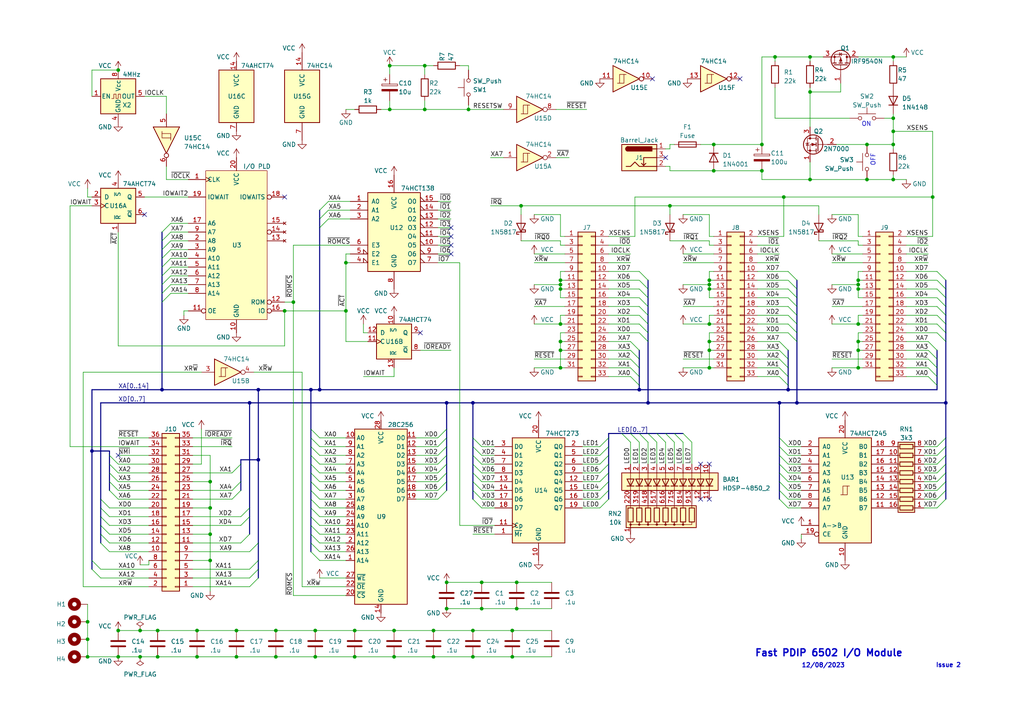
<source format=kicad_sch>
(kicad_sch (version 20230121) (generator eeschema)
  (paper "A4")
  (lib_symbols
    (symbol "6502fast_plds:I/O_PLD"
      (property "Reference" "U" (at 0 0 0))
      (property "Value" "I/O PLD" (at 6.35 22.86 0))
      (symbol "I/O_PLD_1_1"
        (pin input clock (at -13.97 19.05 0) (length 5.08) (name "CLK") (number "1"))
        (pin power_in line (at 0 -25.4 90) (length 3.81) (name "GND") (number "10"))
        (pin input inverted (at -13.97 -19.05 0) (length 5.08) (name "OE") (number "11"))
        (pin output inverted (at 13.97 -16.51 180) (length 5.08) (name "ROM") (number "12"))
        (pin no_connect line (at 13.97 1.27 180) (length 5.08) (name "") (number "13"))
        (pin no_connect inverted (at 13.97 3.81 180) (length 5.08) (name "") (number "14"))
        (pin no_connect line (at 13.97 6.35 180) (length 5.08) (name "") (number "15"))
        (pin output inverted (at 13.97 -19.05 180) (length 5.08) (name "IO") (number "16"))
        (pin input line (at -13.97 6.35 0) (length 5.08) (name "A6") (number "17"))
        (pin output inverted (at 13.97 13.97 180) (length 5.08) (name "IOWAITS") (number "18"))
        (pin input line (at -13.97 13.97 0) (length 5.08) (name "IOWAIT") (number "19"))
        (pin input line (at -13.97 1.27 0) (length 5.08) (name "A8") (number "2"))
        (pin power_in line (at 0 25.4 270) (length 3.81) (name "VCC") (number "20"))
        (pin input line (at -13.97 -1.27 0) (length 5.08) (name "A9") (number "3"))
        (pin input line (at -13.97 -3.81 0) (length 5.08) (name "A10") (number "4"))
        (pin input line (at -13.97 -6.35 0) (length 5.08) (name "A11") (number "5"))
        (pin input line (at -13.97 -8.89 0) (length 5.08) (name "A12") (number "6"))
        (pin input line (at -13.97 -11.43 0) (length 5.08) (name "A13") (number "7"))
        (pin input line (at -13.97 -13.97 0) (length 5.08) (name "A14") (number "8"))
        (pin input line (at -13.97 3.81 0) (length 5.08) (name "A7") (number "9"))
      )
    )
    (symbol "74xx:74HC14" (pin_names (offset 1.016))
      (property "Reference" "U" (at 0 1.27 0))
      (property "Value" "74HC14" (at 0 -1.27 0))
      (symbol "74HC14_1_0"
        (pin input line (at -7.62 0 0) (length 3.81) (name "~") (number "1"))
        (pin output inverted (at 7.62 0 180) (length 3.81) (name "~") (number "2"))
      )
      (symbol "74HC14_2_0"
        (pin input line (at -7.62 0 0) (length 3.81) (name "~") (number "3"))
        (pin output inverted (at 7.62 0 180) (length 3.81) (name "~") (number "4"))
      )
      (symbol "74HC14_3_0"
        (pin input line (at -7.62 0 0) (length 3.81) (name "~") (number "5"))
        (pin output inverted (at 7.62 0 180) (length 3.81) (name "~") (number "6"))
      )
      (symbol "74HC14_4_0"
        (pin output inverted (at 7.62 0 180) (length 3.81) (name "~") (number "8"))
        (pin input line (at -7.62 0 0) (length 3.81) (name "~") (number "9"))
      )
      (symbol "74HC14_5_0"
        (pin output inverted (at 7.62 0 180) (length 3.81) (name "~") (number "10"))
        (pin input line (at -7.62 0 0) (length 3.81) (name "~") (number "11"))
      )
      (symbol "74HC14_6_0"
        (pin output inverted (at 7.62 0 180) (length 3.81) (name "~") (number "12"))
        (pin input line (at -7.62 0 0) (length 3.81) (name "~") (number "13"))
      )
      (symbol "74HC14_7_0"
        (pin power_in line (at 0 12.7 270) (length 5.08) (name "VCC") (number "14"))
        (pin power_in line (at 0 -12.7 90) (length 5.08) (name "GND") (number "7"))
      )
    )
    (symbol "74xx:74HC245" (pin_names (offset 1.016))
      (property "Reference" "U" (at -7.62 16.51 0))
      (property "Value" "74HC245" (at -7.62 -16.51 0))
      (symbol "74HC245_1_0"
        (pin input line (at -12.7 -10.16 0) (length 5.08) (name "A->B") (number "1"))
        (pin power_in line (at 0 -20.32 90) (length 5.08) (name "GND") (number "10"))
        (pin tri_state line (at 12.7 -5.08 180) (length 5.08) (name "B7") (number "11"))
        (pin tri_state line (at 12.7 -2.54 180) (length 5.08) (name "B6") (number "12"))
        (pin tri_state line (at 12.7 0 180) (length 5.08) (name "B5") (number "13"))
        (pin tri_state line (at 12.7 2.54 180) (length 5.08) (name "B4") (number "14"))
        (pin tri_state line (at 12.7 5.08 180) (length 5.08) (name "B3") (number "15"))
        (pin tri_state line (at 12.7 7.62 180) (length 5.08) (name "B2") (number "16"))
        (pin tri_state line (at 12.7 10.16 180) (length 5.08) (name "B1") (number "17"))
        (pin tri_state line (at 12.7 12.7 180) (length 5.08) (name "B0") (number "18"))
        (pin input inverted (at -12.7 -12.7 0) (length 5.08) (name "CE") (number "19"))
        (pin tri_state line (at -12.7 12.7 0) (length 5.08) (name "A0") (number "2"))
        (pin power_in line (at 0 20.32 270) (length 5.08) (name "VCC") (number "20"))
        (pin tri_state line (at -12.7 10.16 0) (length 5.08) (name "A1") (number "3"))
        (pin tri_state line (at -12.7 7.62 0) (length 5.08) (name "A2") (number "4"))
        (pin tri_state line (at -12.7 5.08 0) (length 5.08) (name "A3") (number "5"))
        (pin tri_state line (at -12.7 2.54 0) (length 5.08) (name "A4") (number "6"))
        (pin tri_state line (at -12.7 0 0) (length 5.08) (name "A5") (number "7"))
        (pin tri_state line (at -12.7 -2.54 0) (length 5.08) (name "A6") (number "8"))
        (pin tri_state line (at -12.7 -5.08 0) (length 5.08) (name "A7") (number "9"))
      )
    )
    (symbol "74xx:74HC273"
      (property "Reference" "U" (at -7.62 16.51 0))
      (property "Value" "74HC273" (at -7.62 -16.51 0))
      (symbol "74HC273_1_0"
        (pin input line (at -12.7 -12.7 0) (length 5.08) (name "~{Mr}") (number "1"))
        (pin power_in line (at 0 -20.32 90) (length 5.08) (name "GND") (number "10"))
        (pin input clock (at -12.7 -10.16 0) (length 5.08) (name "Cp") (number "11"))
        (pin output line (at 12.7 2.54 180) (length 5.08) (name "Q4") (number "12"))
        (pin input line (at -12.7 2.54 0) (length 5.08) (name "D4") (number "13"))
        (pin input line (at -12.7 0 0) (length 5.08) (name "D5") (number "14"))
        (pin output line (at 12.7 0 180) (length 5.08) (name "Q5") (number "15"))
        (pin output line (at 12.7 -2.54 180) (length 5.08) (name "Q6") (number "16"))
        (pin input line (at -12.7 -2.54 0) (length 5.08) (name "D6") (number "17"))
        (pin input line (at -12.7 -5.08 0) (length 5.08) (name "D7") (number "18"))
        (pin output line (at 12.7 -5.08 180) (length 5.08) (name "Q7") (number "19"))
        (pin output line (at 12.7 12.7 180) (length 5.08) (name "Q0") (number "2"))
        (pin power_in line (at 0 20.32 270) (length 5.08) (name "VCC") (number "20"))
        (pin input line (at -12.7 12.7 0) (length 5.08) (name "D0") (number "3"))
        (pin input line (at -12.7 10.16 0) (length 5.08) (name "D1") (number "4"))
        (pin output line (at 12.7 10.16 180) (length 5.08) (name "Q1") (number "5"))
        (pin output line (at 12.7 7.62 180) (length 5.08) (name "Q2") (number "6"))
        (pin input line (at -12.7 7.62 0) (length 5.08) (name "D2") (number "7"))
        (pin input line (at -12.7 5.08 0) (length 5.08) (name "D3") (number "8"))
        (pin output line (at 12.7 5.08 180) (length 5.08) (name "Q3") (number "9"))
      )
    )
    (symbol "74xx:74HC74" (pin_names (offset 1.016))
      (property "Reference" "U" (at -7.62 8.89 0))
      (property "Value" "74HC74" (at -7.62 -8.89 0))
      (symbol "74HC74_1_0"
        (pin input line (at 0 -7.62 90) (length 2.54) (name "~{R}") (number "1"))
        (pin input line (at -7.62 2.54 0) (length 2.54) (name "D") (number "2"))
        (pin input clock (at -7.62 0 0) (length 2.54) (name "C") (number "3"))
        (pin input line (at 0 7.62 270) (length 2.54) (name "~{S}") (number "4"))
        (pin output line (at 7.62 2.54 180) (length 2.54) (name "Q") (number "5"))
        (pin output line (at 7.62 -2.54 180) (length 2.54) (name "~{Q}") (number "6"))
      )
      (symbol "74HC74_2_0"
        (pin input line (at 0 7.62 270) (length 2.54) (name "~{S}") (number "10"))
        (pin input clock (at -7.62 0 0) (length 2.54) (name "C") (number "11"))
        (pin input line (at -7.62 2.54 0) (length 2.54) (name "D") (number "12"))
        (pin input line (at 0 -7.62 90) (length 2.54) (name "~{R}") (number "13"))
        (pin output line (at 7.62 -2.54 180) (length 2.54) (name "~{Q}") (number "8"))
        (pin output line (at 7.62 2.54 180) (length 2.54) (name "Q") (number "9"))
      )
      (symbol "74HC74_3_0"
        (pin power_in line (at 0 10.16 270) (length 2.54) (name "VCC") (number "14"))
        (pin power_in line (at 0 -10.16 90) (length 2.54) (name "GND") (number "7"))
      )
    )
    (symbol "74xx:74LS138" (pin_names (offset 1.016))
      (property "Reference" "U" (at -7.62 11.43 0))
      (property "Value" "74LS138" (at -7.62 -13.97 0))
      (symbol "74LS138_1_0"
        (pin input line (at -12.7 7.62 0) (length 5.08) (name "A0") (number "1"))
        (pin output output_low (at 12.7 -5.08 180) (length 5.08) (name "O5") (number "10"))
        (pin output output_low (at 12.7 -2.54 180) (length 5.08) (name "O4") (number "11"))
        (pin output output_low (at 12.7 0 180) (length 5.08) (name "O3") (number "12"))
        (pin output output_low (at 12.7 2.54 180) (length 5.08) (name "O2") (number "13"))
        (pin output output_low (at 12.7 5.08 180) (length 5.08) (name "O1") (number "14"))
        (pin output output_low (at 12.7 7.62 180) (length 5.08) (name "O0") (number "15"))
        (pin power_in line (at 0 15.24 270) (length 5.08) (name "VCC") (number "16"))
        (pin input line (at -12.7 5.08 0) (length 5.08) (name "A1") (number "2"))
        (pin input line (at -12.7 2.54 0) (length 5.08) (name "A2") (number "3"))
        (pin input input_low (at -12.7 -10.16 0) (length 5.08) (name "E1") (number "4"))
        (pin input input_low (at -12.7 -7.62 0) (length 5.08) (name "E2") (number "5"))
        (pin input line (at -12.7 -5.08 0) (length 5.08) (name "E3") (number "6"))
        (pin output output_low (at 12.7 -10.16 180) (length 5.08) (name "O7") (number "7"))
        (pin power_in line (at 0 -17.78 90) (length 5.08) (name "GND") (number "8"))
        (pin output output_low (at 12.7 -7.62 180) (length 5.08) (name "O6") (number "9"))
      )
    )
    (symbol "Connector:Barrel_Jack_Switch" (pin_names hide)
      (property "Reference" "J" (at 0 5.334 0))
      (property "Value" "Barrel_Jack_Switch" (at 0 -5.08 0))
      (symbol "Barrel_Jack_Switch_1_1"
        (pin passive line (at 7.62 2.54 180) (length 2.54) (name "~") (number "1"))
        (pin passive line (at 7.62 -2.54 180) (length 2.54) (name "~") (number "2"))
        (pin passive line (at 7.62 0 180) (length 2.54) (name "~") (number "3"))
      )
    )
    (symbol "Connector_Generic:Conn_02x18_Odd_Even" (pin_names (offset 1.016) hide)
      (property "Reference" "J" (at 1.27 22.86 0))
      (property "Value" "Conn_02x18_Odd_Even" (at 1.27 -25.4 0))
      (symbol "Conn_02x18_Odd_Even_1_1"
        (pin passive line (at -5.08 20.32 0) (length 3.81) (name "Pin_1") (number "1"))
        (pin passive line (at 7.62 10.16 180) (length 3.81) (name "Pin_10") (number "10"))
        (pin passive line (at -5.08 7.62 0) (length 3.81) (name "Pin_11") (number "11"))
        (pin passive line (at 7.62 7.62 180) (length 3.81) (name "Pin_12") (number "12"))
        (pin passive line (at -5.08 5.08 0) (length 3.81) (name "Pin_13") (number "13"))
        (pin passive line (at 7.62 5.08 180) (length 3.81) (name "Pin_14") (number "14"))
        (pin passive line (at -5.08 2.54 0) (length 3.81) (name "Pin_15") (number "15"))
        (pin passive line (at 7.62 2.54 180) (length 3.81) (name "Pin_16") (number "16"))
        (pin passive line (at -5.08 0 0) (length 3.81) (name "Pin_17") (number "17"))
        (pin passive line (at 7.62 0 180) (length 3.81) (name "Pin_18") (number "18"))
        (pin passive line (at -5.08 -2.54 0) (length 3.81) (name "Pin_19") (number "19"))
        (pin passive line (at 7.62 20.32 180) (length 3.81) (name "Pin_2") (number "2"))
        (pin passive line (at 7.62 -2.54 180) (length 3.81) (name "Pin_20") (number "20"))
        (pin passive line (at -5.08 -5.08 0) (length 3.81) (name "Pin_21") (number "21"))
        (pin passive line (at 7.62 -5.08 180) (length 3.81) (name "Pin_22") (number "22"))
        (pin passive line (at -5.08 -7.62 0) (length 3.81) (name "Pin_23") (number "23"))
        (pin passive line (at 7.62 -7.62 180) (length 3.81) (name "Pin_24") (number "24"))
        (pin passive line (at -5.08 -10.16 0) (length 3.81) (name "Pin_25") (number "25"))
        (pin passive line (at 7.62 -10.16 180) (length 3.81) (name "Pin_26") (number "26"))
        (pin passive line (at -5.08 -12.7 0) (length 3.81) (name "Pin_27") (number "27"))
        (pin passive line (at 7.62 -12.7 180) (length 3.81) (name "Pin_28") (number "28"))
        (pin passive line (at -5.08 -15.24 0) (length 3.81) (name "Pin_29") (number "29"))
        (pin passive line (at -5.08 17.78 0) (length 3.81) (name "Pin_3") (number "3"))
        (pin passive line (at 7.62 -15.24 180) (length 3.81) (name "Pin_30") (number "30"))
        (pin passive line (at -5.08 -17.78 0) (length 3.81) (name "Pin_31") (number "31"))
        (pin passive line (at 7.62 -17.78 180) (length 3.81) (name "Pin_32") (number "32"))
        (pin passive line (at -5.08 -20.32 0) (length 3.81) (name "Pin_33") (number "33"))
        (pin passive line (at 7.62 -20.32 180) (length 3.81) (name "Pin_34") (number "34"))
        (pin passive line (at -5.08 -22.86 0) (length 3.81) (name "Pin_35") (number "35"))
        (pin passive line (at 7.62 -22.86 180) (length 3.81) (name "Pin_36") (number "36"))
        (pin passive line (at 7.62 17.78 180) (length 3.81) (name "Pin_4") (number "4"))
        (pin passive line (at -5.08 15.24 0) (length 3.81) (name "Pin_5") (number "5"))
        (pin passive line (at 7.62 15.24 180) (length 3.81) (name "Pin_6") (number "6"))
        (pin passive line (at -5.08 12.7 0) (length 3.81) (name "Pin_7") (number "7"))
        (pin passive line (at 7.62 12.7 180) (length 3.81) (name "Pin_8") (number "8"))
        (pin passive line (at -5.08 10.16 0) (length 3.81) (name "Pin_9") (number "9"))
      )
    )
    (symbol "Device:C" (pin_numbers hide) (pin_names (offset 0.254))
      (property "Reference" "C" (at 0.635 2.54 0))
      (property "Value" "C" (at 0.635 -2.54 0))
      (symbol "C_1_1"
        (pin passive line (at 0 3.81 270) (length 2.794) (name "~") (number "1"))
        (pin passive line (at 0 -3.81 90) (length 2.794) (name "~") (number "2"))
      )
    )
    (symbol "Device:C_Polarized" (pin_numbers hide) (pin_names (offset 0.254))
      (property "Reference" "C" (at 0.635 2.54 0))
      (property "Value" "C_Polarized" (at 0.635 -2.54 0))
      (symbol "C_Polarized_1_1"
        (pin passive line (at 0 3.81 270) (length 2.794) (name "~") (number "1"))
        (pin passive line (at 0 -3.81 90) (length 2.794) (name "~") (number "2"))
      )
    )
    (symbol "Device:Fuse" (pin_numbers hide) (pin_names (offset 0))
      (property "Reference" "F" (at 2.032 0 90))
      (property "Value" "Fuse" (at -1.905 0 90))
      (symbol "Fuse_1_1"
        (pin passive line (at 0 3.81 270) (length 1.27) (name "~") (number "1"))
        (pin passive line (at 0 -3.81 90) (length 1.27) (name "~") (number "2"))
      )
    )
    (symbol "Device:R" (pin_numbers hide) (pin_names (offset 0))
      (property "Reference" "R" (at 2.032 0 90))
      (property "Value" "R" (at 0 0 90))
      (symbol "R_1_1"
        (pin passive line (at 0 3.81 270) (length 1.27) (name "~") (number "1"))
        (pin passive line (at 0 -3.81 90) (length 1.27) (name "~") (number "2"))
      )
    )
    (symbol "Device:R_Network08" (pin_names (offset 0) hide)
      (property "Reference" "RN" (at -12.7 0 90))
      (property "Value" "R_Network08" (at 10.16 0 90))
      (symbol "R_Network08_1_1"
        (pin passive line (at -10.16 5.08 270) (length 2.54) (name "common") (number "1"))
        (pin passive line (at -10.16 -5.08 90) (length 1.27) (name "R1") (number "2"))
        (pin passive line (at -7.62 -5.08 90) (length 1.27) (name "R2") (number "3"))
        (pin passive line (at -5.08 -5.08 90) (length 1.27) (name "R3") (number "4"))
        (pin passive line (at -2.54 -5.08 90) (length 1.27) (name "R4") (number "5"))
        (pin passive line (at 0 -5.08 90) (length 1.27) (name "R5") (number "6"))
        (pin passive line (at 2.54 -5.08 90) (length 1.27) (name "R6") (number "7"))
        (pin passive line (at 5.08 -5.08 90) (length 1.27) (name "R7") (number "8"))
        (pin passive line (at 7.62 -5.08 90) (length 1.27) (name "R8") (number "9"))
      )
    )
    (symbol "Device:R_Pack08" (pin_names (offset 0) hide)
      (property "Reference" "RN" (at -12.7 0 90))
      (property "Value" "R_Pack08" (at 10.16 0 90))
      (symbol "R_Pack08_1_1"
        (pin passive line (at -10.16 -5.08 90) (length 2.54) (name "R1.1") (number "1"))
        (pin passive line (at 5.08 5.08 270) (length 2.54) (name "R7.2") (number "10"))
        (pin passive line (at 2.54 5.08 270) (length 2.54) (name "R6.2") (number "11"))
        (pin passive line (at 0 5.08 270) (length 2.54) (name "R5.2") (number "12"))
        (pin passive line (at -2.54 5.08 270) (length 2.54) (name "R4.2") (number "13"))
        (pin passive line (at -5.08 5.08 270) (length 2.54) (name "R3.2") (number "14"))
        (pin passive line (at -7.62 5.08 270) (length 2.54) (name "R2.2") (number "15"))
        (pin passive line (at -10.16 5.08 270) (length 2.54) (name "R1.2") (number "16"))
        (pin passive line (at -7.62 -5.08 90) (length 2.54) (name "R2.1") (number "2"))
        (pin passive line (at -5.08 -5.08 90) (length 2.54) (name "R3.1") (number "3"))
        (pin passive line (at -2.54 -5.08 90) (length 2.54) (name "R4.1") (number "4"))
        (pin passive line (at 0 -5.08 90) (length 2.54) (name "R5.1") (number "5"))
        (pin passive line (at 2.54 -5.08 90) (length 2.54) (name "R6.1") (number "6"))
        (pin passive line (at 5.08 -5.08 90) (length 2.54) (name "R7.1") (number "7"))
        (pin passive line (at 7.62 -5.08 90) (length 2.54) (name "R8.1") (number "8"))
        (pin passive line (at 7.62 5.08 270) (length 2.54) (name "R8.2") (number "9"))
      )
    )
    (symbol "Diode:1N4001" (pin_numbers hide) (pin_names hide)
      (property "Reference" "D" (at 0 2.54 0))
      (property "Value" "1N4001" (at 0 -2.54 0))
      (symbol "1N4001_1_1"
        (pin passive line (at -3.81 0 0) (length 2.54) (name "K") (number "1"))
        (pin passive line (at 3.81 0 180) (length 2.54) (name "A") (number "2"))
      )
    )
    (symbol "Diode:1N5817" (pin_numbers hide) (pin_names (offset 1.016) hide)
      (property "Reference" "D" (at 0 2.54 0))
      (property "Value" "1N5817" (at 0 -2.54 0))
      (symbol "1N5817_1_1"
        (pin passive line (at -3.81 0 0) (length 2.54) (name "K") (number "1"))
        (pin passive line (at 3.81 0 180) (length 2.54) (name "A") (number "2"))
      )
    )
    (symbol "LED:HDSP-4850_2" (pin_names (offset 1.016) hide)
      (property "Reference" "BAR" (at 0 15.24 0))
      (property "Value" "HDSP-4850_2" (at 0 -17.78 0))
      (symbol "HDSP-4850_2_1_1"
        (pin passive line (at -5.08 10.16 0) (length 2.54) (name "A") (number "1"))
        (pin passive line (at -5.08 -12.7 0) (length 2.54) (name "A") (number "10"))
        (pin passive line (at 5.08 -12.7 180) (length 2.54) (name "K") (number "11"))
        (pin passive line (at 5.08 -10.16 180) (length 2.54) (name "K") (number "12"))
        (pin passive line (at 5.08 -7.62 180) (length 2.54) (name "K") (number "13"))
        (pin passive line (at 5.08 -5.08 180) (length 2.54) (name "K") (number "14"))
        (pin passive line (at 5.08 -2.54 180) (length 2.54) (name "K") (number "15"))
        (pin passive line (at 5.08 0 180) (length 2.54) (name "K") (number "16"))
        (pin passive line (at 5.08 2.54 180) (length 2.54) (name "K") (number "17"))
        (pin passive line (at 5.08 5.08 180) (length 2.54) (name "K") (number "18"))
        (pin passive line (at 5.08 7.62 180) (length 2.54) (name "K") (number "19"))
        (pin passive line (at -5.08 7.62 0) (length 2.54) (name "A") (number "2"))
        (pin passive line (at 5.08 10.16 180) (length 2.54) (name "K") (number "20"))
        (pin passive line (at -5.08 5.08 0) (length 2.54) (name "A") (number "3"))
        (pin passive line (at -5.08 2.54 0) (length 2.54) (name "A") (number "4"))
        (pin passive line (at -5.08 0 0) (length 2.54) (name "A") (number "5"))
        (pin passive line (at -5.08 -2.54 0) (length 2.54) (name "A") (number "6"))
        (pin passive line (at -5.08 -5.08 0) (length 2.54) (name "A") (number "7"))
        (pin passive line (at -5.08 -7.62 0) (length 2.54) (name "A") (number "8"))
        (pin passive line (at -5.08 -10.16 0) (length 2.54) (name "A") (number "9"))
      )
    )
    (symbol "Mechanical:MountingHole_Pad" (pin_numbers hide) (pin_names (offset 1.016) hide)
      (property "Reference" "H" (at 0 6.35 0))
      (property "Value" "MountingHole_Pad" (at 0 4.445 0))
      (symbol "MountingHole_Pad_1_1"
        (pin input line (at 0 -2.54 90) (length 2.54) (name "1") (number "1"))
      )
    )
    (symbol "Memory_EEPROM:28C256"
      (property "Reference" "U" (at -7.62 26.67 0))
      (property "Value" "28C256" (at 2.54 -26.67 0))
      (symbol "28C256_1_1"
        (pin input line (at -10.16 -12.7 0) (length 2.54) (name "A14") (number "1"))
        (pin input line (at -10.16 22.86 0) (length 2.54) (name "A0") (number "10"))
        (pin tri_state line (at 10.16 22.86 180) (length 2.54) (name "D0") (number "11"))
        (pin tri_state line (at 10.16 20.32 180) (length 2.54) (name "D1") (number "12"))
        (pin tri_state line (at 10.16 17.78 180) (length 2.54) (name "D2") (number "13"))
        (pin power_in line (at 0 -27.94 90) (length 2.54) (name "GND") (number "14"))
        (pin tri_state line (at 10.16 15.24 180) (length 2.54) (name "D3") (number "15"))
        (pin tri_state line (at 10.16 12.7 180) (length 2.54) (name "D4") (number "16"))
        (pin tri_state line (at 10.16 10.16 180) (length 2.54) (name "D5") (number "17"))
        (pin tri_state line (at 10.16 7.62 180) (length 2.54) (name "D6") (number "18"))
        (pin tri_state line (at 10.16 5.08 180) (length 2.54) (name "D7") (number "19"))
        (pin input line (at -10.16 -7.62 0) (length 2.54) (name "A12") (number "2"))
        (pin input line (at -10.16 -22.86 0) (length 2.54) (name "~{CS}") (number "20"))
        (pin input line (at -10.16 -2.54 0) (length 2.54) (name "A10") (number "21"))
        (pin input line (at -10.16 -20.32 0) (length 2.54) (name "~{OE}") (number "22"))
        (pin input line (at -10.16 -5.08 0) (length 2.54) (name "A11") (number "23"))
        (pin input line (at -10.16 0 0) (length 2.54) (name "A9") (number "24"))
        (pin input line (at -10.16 2.54 0) (length 2.54) (name "A8") (number "25"))
        (pin input line (at -10.16 -10.16 0) (length 2.54) (name "A13") (number "26"))
        (pin input line (at -10.16 -17.78 0) (length 2.54) (name "~{WE}") (number "27"))
        (pin power_in line (at 0 27.94 270) (length 2.54) (name "VCC") (number "28"))
        (pin input line (at -10.16 5.08 0) (length 2.54) (name "A7") (number "3"))
        (pin input line (at -10.16 7.62 0) (length 2.54) (name "A6") (number "4"))
        (pin input line (at -10.16 10.16 0) (length 2.54) (name "A5") (number "5"))
        (pin input line (at -10.16 12.7 0) (length 2.54) (name "A4") (number "6"))
        (pin input line (at -10.16 15.24 0) (length 2.54) (name "A3") (number "7"))
        (pin input line (at -10.16 17.78 0) (length 2.54) (name "A2") (number "8"))
        (pin input line (at -10.16 20.32 0) (length 2.54) (name "A1") (number "9"))
      )
    )
    (symbol "Oscillator:CXO_DIP8" (pin_names (offset 0.254))
      (property "Reference" "X" (at -5.08 6.35 0))
      (property "Value" "CXO_DIP8" (at 1.27 -6.35 0))
      (symbol "CXO_DIP8_1_1"
        (pin input line (at -7.62 0 0) (length 2.54) (name "EN") (number "1"))
        (pin power_in line (at 0 -7.62 90) (length 2.54) (name "GND") (number "4"))
        (pin output line (at 7.62 0 180) (length 2.54) (name "OUT") (number "5"))
        (pin power_in line (at 0 7.62 270) (length 2.54) (name "Vcc") (number "8"))
      )
    )
    (symbol "Switch:SW_Push" (pin_numbers hide) (pin_names (offset 1.016) hide)
      (property "Reference" "SW" (at 1.27 2.54 0))
      (property "Value" "SW_Push" (at 0 -1.524 0))
      (symbol "SW_Push_0_1"
        (pin passive line (at -5.08 0 0) (length 2.54) (name "1") (number "1"))
        (pin passive line (at 5.08 0 180) (length 2.54) (name "2") (number "2"))
      )
    )
    (symbol "Transistor_FET:2N7000" (pin_names hide)
      (property "Reference" "Q" (at 5.08 1.905 0))
      (property "Value" "2N7000" (at 5.08 0 0))
      (symbol "2N7000_1_1"
        (pin passive line (at 2.54 -5.08 90) (length 2.54) (name "S") (number "1"))
        (pin input line (at -5.08 0 0) (length 2.54) (name "G") (number "2"))
        (pin passive line (at 2.54 5.08 270) (length 2.54) (name "D") (number "3"))
      )
    )
    (symbol "Transistor_FET:IRF9540N" (pin_names hide)
      (property "Reference" "Q" (at 5.08 1.905 0))
      (property "Value" "IRF9540N" (at 5.08 0 0))
      (symbol "IRF9540N_1_1"
        (pin input line (at -5.08 0 0) (length 2.54) (name "G") (number "1"))
        (pin passive line (at 2.54 5.08 270) (length 2.54) (name "D") (number "2"))
        (pin passive line (at 2.54 -5.08 90) (length 2.54) (name "S") (number "3"))
      )
    )
    (symbol "pcb_edge_connectors:conn_pcb_edge_33pin_sense" (pin_names (offset 1.016) hide)
      (property "Reference" "J6" (at 1.27 22.86 0))
      (symbol "conn_pcb_edge_33pin_sense_1_1"
        (pin passive line (at -5.08 20.32 0) (length 3.81) (name "Pin_1") (number "1"))
        (pin passive line (at 7.62 10.16 180) (length 3.81) (name "Pin_10") (number "10"))
        (pin passive line (at -5.08 7.62 0) (length 3.81) (name "Pin_11") (number "11"))
        (pin passive line (at 7.62 7.62 180) (length 3.81) (name "Pin_12") (number "12"))
        (pin passive line (at -5.08 5.08 0) (length 3.81) (name "Pin_13") (number "13"))
        (pin passive line (at 7.62 5.08 180) (length 3.81) (name "Pin_14") (number "14"))
        (pin passive line (at -5.08 2.54 0) (length 3.81) (name "Pin_15") (number "15"))
        (pin passive line (at 7.62 2.54 180) (length 3.81) (name "Pin_16") (number "16"))
        (pin passive line (at -5.08 0 0) (length 3.81) (name "Pin_17") (number "17"))
        (pin passive line (at 7.62 0 180) (length 3.81) (name "Pin_18") (number "18"))
        (pin passive line (at -5.08 -2.54 0) (length 3.81) (name "Pin_19") (number "19"))
        (pin passive line (at 7.62 20.32 180) (length 3.81) (name "Pin_2") (number "2"))
        (pin passive line (at 7.62 -2.54 180) (length 3.81) (name "Pin_20") (number "20"))
        (pin passive line (at -5.08 -5.08 0) (length 3.81) (name "Pin_21") (number "21"))
        (pin passive line (at 7.62 -5.08 180) (length 3.81) (name "Pin_22") (number "22"))
        (pin passive line (at -5.08 -7.62 0) (length 3.81) (name "Pin_23") (number "23"))
        (pin passive line (at 7.62 -7.62 180) (length 3.81) (name "Pin_24") (number "24"))
        (pin passive line (at -5.08 -10.16 0) (length 3.81) (name "Pin_25") (number "25"))
        (pin passive line (at 7.62 -10.16 180) (length 3.81) (name "Pin_26") (number "26"))
        (pin passive line (at -5.08 -12.7 0) (length 3.81) (name "Pin_27") (number "27"))
        (pin passive line (at 7.62 -12.7 180) (length 3.81) (name "Pin_28") (number "28"))
        (pin passive line (at -5.08 -15.24 0) (length 3.81) (name "Pin_29") (number "29"))
        (pin passive line (at -5.08 17.78 0) (length 3.81) (name "Pin_3") (number "3"))
        (pin passive line (at 7.62 -15.24 180) (length 3.81) (name "Pin_30") (number "30"))
        (pin passive line (at -5.08 -17.78 0) (length 3.81) (name "Pin_31") (number "31"))
        (pin passive line (at 7.62 -17.78 180) (length 3.81) (name "Pin_32") (number "32"))
        (pin passive line (at 7.62 -20.32 180) (length 3.81) (name "Pin_33") (number "33"))
        (pin passive line (at 7.62 17.78 180) (length 3.81) (name "Pin_4") (number "4"))
        (pin passive line (at -5.08 15.24 0) (length 3.81) (name "Pin_5") (number "5"))
        (pin passive line (at 7.62 15.24 180) (length 3.81) (name "Pin_6") (number "6"))
        (pin passive line (at -5.08 12.7 0) (length 3.81) (name "Pin_7") (number "7"))
        (pin passive line (at 7.62 12.7 180) (length 3.81) (name "Pin_8") (number "8"))
        (pin passive line (at -5.08 10.16 0) (length 3.81) (name "Pin_9") (number "9"))
      )
    )
    (symbol "power:GND" (power) (pin_names (offset 0))
      (property "Value" "GND" (at 0 -3.81 0))
      (symbol "GND_1_1"
        (pin power_in line (at 0 0 270) (length 0) hide (name "GND") (number "1"))
      )
    )
    (symbol "power:PWR_FLAG" (power) (pin_numbers hide) (pin_names (offset 0) hide)
      (property "Value" "PWR_FLAG" (at 0 3.81 0))
      (symbol "PWR_FLAG_0_0"
        (pin power_out line (at 0 0 90) (length 0) (name "pwr") (number "1"))
      )
    )
    (symbol "power:VCC" (power) (pin_names (offset 0))
      (property "Value" "VCC" (at 0 3.81 0))
      (symbol "VCC_1_1"
        (pin power_in line (at 0 0 90) (length 0) hide (name "VCC") (number "1"))
      )
    )
  )
  (junction (at 46.99 113.03))
  (junction (at 259.08 38.1))
  (junction (at 205.74 106.68))
  (junction (at 25.4 180.34))
  (junction (at 149.86 168.91))
  (junction (at 224.79 16.51))
  (junction (at 123.19 31.75))
  (junction (at 248.92 101.6))
  (junction (at 45.72 182.88))
  (junction (at 207.01 49.53))
  (junction (at 194.31 59.69))
  (junction (at 80.01 190.5))
  (junction (at 187.96 116.84))
  (junction (at 60.96 147.32))
  (junction (at 162.56 83.82))
  (junction (at 26.67 130.81))
  (junction (at 162.56 106.68))
  (junction (at 248.92 93.98))
  (junction (at 251.46 52.07))
  (junction (at 234.95 52.07))
  (junction (at 129.54 116.84))
  (junction (at 34.29 20.32))
  (junction (at 91.44 182.88))
  (junction (at 228.6 113.03))
  (junction (at 205.74 82.55))
  (junction (at 139.7 168.91))
  (junction (at 162.56 101.6))
  (junction (at 259.08 16.51))
  (junction (at 248.92 82.55))
  (junction (at 162.56 82.55))
  (junction (at 248.92 106.68))
  (junction (at 231.14 116.84))
  (junction (at 162.56 93.98))
  (junction (at 248.92 99.06))
  (junction (at 72.39 116.84))
  (junction (at 205.74 81.28))
  (junction (at 60.96 154.94))
  (junction (at 100.33 76.2))
  (junction (at 34.29 182.88))
  (junction (at 125.73 190.5))
  (junction (at 100.33 90.17))
  (junction (at 248.92 81.28))
  (junction (at 68.58 182.88))
  (junction (at 57.15 182.88))
  (junction (at 123.19 19.05))
  (junction (at 137.16 182.88))
  (junction (at 220.98 49.53))
  (junction (at 162.56 99.06))
  (junction (at 113.03 19.05))
  (junction (at 135.89 31.75))
  (junction (at 259.08 34.29))
  (junction (at 34.29 190.5))
  (junction (at 248.92 83.82))
  (junction (at 45.72 190.5))
  (junction (at 205.74 101.6))
  (junction (at 129.54 168.91))
  (junction (at 137.16 116.84))
  (junction (at 60.96 162.56))
  (junction (at 149.86 176.53))
  (junction (at 68.58 190.5))
  (junction (at 114.3 182.88))
  (junction (at 220.98 41.91))
  (junction (at 234.95 26.67))
  (junction (at 251.46 41.91))
  (junction (at 74.93 133.35))
  (junction (at 102.87 190.5))
  (junction (at 162.56 81.28))
  (junction (at 74.93 113.03))
  (junction (at 274.32 116.84))
  (junction (at 25.4 190.5))
  (junction (at 40.64 190.5))
  (junction (at 25.4 185.42))
  (junction (at 259.08 41.91))
  (junction (at 185.42 113.03))
  (junction (at 91.44 190.5))
  (junction (at 137.16 190.5))
  (junction (at 270.51 57.15))
  (junction (at 102.87 182.88))
  (junction (at 85.09 87.63))
  (junction (at 139.7 176.53))
  (junction (at 205.74 99.06))
  (junction (at 90.17 113.03))
  (junction (at 40.64 182.88))
  (junction (at 205.74 83.82))
  (junction (at 82.55 90.17))
  (junction (at 227.33 57.15))
  (junction (at 92.71 113.03))
  (junction (at 80.01 182.88))
  (junction (at 205.74 93.98))
  (junction (at 148.59 182.88))
  (junction (at 151.13 59.69))
  (junction (at 226.06 116.84))
  (junction (at 113.03 31.75))
  (junction (at 57.15 190.5))
  (junction (at 207.01 41.91))
  (junction (at 129.54 176.53))
  (junction (at 60.96 139.7))
  (junction (at 114.3 190.5))
  (junction (at 148.59 190.5))
  (junction (at 125.73 182.88))
  (junction (at 234.95 16.51))
  (junction (at 259.08 52.07))
  (no_connect (at 130.81 73.66))
  (no_connect (at 214.63 22.86))
  (no_connect (at 41.91 62.23))
  (no_connect (at 130.81 71.12))
  (no_connect (at 130.81 66.04))
  (no_connect (at 189.23 22.86))
  (no_connect (at 130.81 68.58))
  (no_connect (at 203.2 144.78))
  (no_connect (at 205.74 144.78))
  (no_connect (at 203.2 134.62))
  (no_connect (at 193.04 45.72))
  (no_connect (at 121.92 96.52))
  (no_connect (at 82.55 57.15))
  (no_connect (at 34.29 132.08))
  (no_connect (at 205.74 134.62))
  (bus_entry (at 127 137.16) (size 2.54 -2.54))
  (bus_entry (at 90.17 142.24) (size 2.54 2.54))
  (bus_entry (at 269.24 106.68) (size 2.54 2.54))
  (bus_entry (at 46.99 85.09) (size 2.54 -2.54))
  (bus_entry (at 274.32 137.16) (size -2.54 2.54))
  (bus_entry (at 31.75 134.62) (size 2.54 2.54))
  (bus_entry (at 228.6 81.28) (size 2.54 2.54))
  (bus_entry (at 92.71 66.04) (size 2.54 -2.54))
  (bus_entry (at 67.31 137.16) (size 2.54 -2.54))
  (bus_entry (at 228.6 78.74) (size 2.54 2.54))
  (bus_entry (at 90.17 139.7) (size 2.54 2.54))
  (bus_entry (at 198.12 125.73) (size 2.54 2.54))
  (bus_entry (at 226.06 109.22) (size 2.54 2.54))
  (bus_entry (at 90.17 149.86) (size 2.54 2.54))
  (bus_entry (at 226.06 137.16) (size 2.54 2.54))
  (bus_entry (at 274.32 127) (size -2.54 2.54))
  (bus_entry (at 185.42 78.74) (size 2.54 2.54))
  (bus_entry (at 46.99 87.63) (size 2.54 -2.54))
  (bus_entry (at 46.99 82.55) (size 2.54 -2.54))
  (bus_entry (at 173.99 139.7) (size 2.54 -2.54))
  (bus_entry (at 185.42 125.73) (size 2.54 2.54))
  (bus_entry (at 90.17 134.62) (size 2.54 2.54))
  (bus_entry (at 90.17 127) (size 2.54 2.54))
  (bus_entry (at 226.06 132.08) (size 2.54 2.54))
  (bus_entry (at 90.17 160.02) (size 2.54 2.54))
  (bus_entry (at 139.7 147.32) (size -2.54 -2.54))
  (bus_entry (at 127 127) (size 2.54 -2.54))
  (bus_entry (at 185.42 83.82) (size 2.54 2.54))
  (bus_entry (at 195.58 125.73) (size 2.54 2.54))
  (bus_entry (at 226.06 129.54) (size 2.54 2.54))
  (bus_entry (at 173.99 132.08) (size 2.54 -2.54))
  (bus_entry (at 29.21 152.4) (size 2.54 2.54))
  (bus_entry (at 271.78 81.28) (size 2.54 2.54))
  (bus_entry (at 90.17 137.16) (size 2.54 2.54))
  (bus_entry (at 67.31 142.24) (size 2.54 -2.54))
  (bus_entry (at 69.85 149.86) (size 2.54 -2.54))
  (bus_entry (at 271.78 78.74) (size 2.54 2.54))
  (bus_entry (at 226.06 139.7) (size 2.54 2.54))
  (bus_entry (at 90.17 132.08) (size 2.54 2.54))
  (bus_entry (at 127 144.78) (size 2.54 -2.54))
  (bus_entry (at 26.67 162.56) (size 2.54 2.54))
  (bus_entry (at 271.78 93.98) (size 2.54 2.54))
  (bus_entry (at 69.85 152.4) (size 2.54 -2.54))
  (bus_entry (at 31.75 137.16) (size 2.54 2.54))
  (bus_entry (at 29.21 154.94) (size 2.54 2.54))
  (bus_entry (at 228.6 86.36) (size 2.54 2.54))
  (bus_entry (at 46.99 74.93) (size 2.54 -2.54))
  (bus_entry (at 228.6 83.82) (size 2.54 2.54))
  (bus_entry (at 127 139.7) (size 2.54 -2.54))
  (bus_entry (at 269.24 101.6) (size 2.54 2.54))
  (bus_entry (at 139.7 132.08) (size -2.54 -2.54))
  (bus_entry (at 139.7 134.62) (size -2.54 -2.54))
  (bus_entry (at 69.85 157.48) (size 2.54 -2.54))
  (bus_entry (at 182.88 104.14) (size 2.54 2.54))
  (bus_entry (at 29.21 144.78) (size 2.54 2.54))
  (bus_entry (at 180.34 125.73) (size 2.54 2.54))
  (bus_entry (at 274.32 129.54) (size -2.54 2.54))
  (bus_entry (at 72.39 167.64) (size 2.54 -2.54))
  (bus_entry (at 46.99 72.39) (size 2.54 -2.54))
  (bus_entry (at 173.99 144.78) (size 2.54 -2.54))
  (bus_entry (at 72.39 170.18) (size 2.54 -2.54))
  (bus_entry (at 185.42 81.28) (size 2.54 2.54))
  (bus_entry (at 274.32 144.78) (size -2.54 2.54))
  (bus_entry (at 90.17 154.94) (size 2.54 2.54))
  (bus_entry (at 185.42 93.98) (size 2.54 2.54))
  (bus_entry (at 226.06 142.24) (size 2.54 2.54))
  (bus_entry (at 226.06 104.14) (size 2.54 2.54))
  (bus_entry (at 46.99 69.85) (size 2.54 -2.54))
  (bus_entry (at 92.71 63.5) (size 2.54 -2.54))
  (bus_entry (at 228.6 91.44) (size 2.54 2.54))
  (bus_entry (at 269.24 109.22) (size 2.54 2.54))
  (bus_entry (at 139.7 137.16) (size -2.54 -2.54))
  (bus_entry (at 269.24 99.06) (size 2.54 2.54))
  (bus_entry (at 185.42 88.9) (size 2.54 2.54))
  (bus_entry (at 274.32 142.24) (size -2.54 2.54))
  (bus_entry (at 271.78 86.36) (size 2.54 2.54))
  (bus_entry (at 173.99 147.32) (size 2.54 -2.54))
  (bus_entry (at 226.06 144.78) (size 2.54 2.54))
  (bus_entry (at 190.5 125.73) (size 2.54 2.54))
  (bus_entry (at 274.32 134.62) (size -2.54 2.54))
  (bus_entry (at 29.21 157.48) (size 2.54 2.54))
  (bus_entry (at 46.99 77.47) (size 2.54 -2.54))
  (bus_entry (at 29.21 147.32) (size 2.54 2.54))
  (bus_entry (at 90.17 147.32) (size 2.54 2.54))
  (bus_entry (at 226.06 101.6) (size 2.54 2.54))
  (bus_entry (at 226.06 134.62) (size 2.54 2.54))
  (bus_entry (at 46.99 67.31) (size 2.54 -2.54))
  (bus_entry (at 29.21 149.86) (size 2.54 2.54))
  (bus_entry (at 182.88 125.73) (size 2.54 2.54))
  (bus_entry (at 182.88 101.6) (size 2.54 2.54))
  (bus_entry (at 90.17 129.54) (size 2.54 2.54))
  (bus_entry (at 226.06 99.06) (size 2.54 2.54))
  (bus_entry (at 173.99 142.24) (size 2.54 -2.54))
  (bus_entry (at 274.32 139.7) (size -2.54 2.54))
  (bus_entry (at 72.39 160.02) (size 2.54 -2.54))
  (bus_entry (at 127 129.54) (size 2.54 -2.54))
  (bus_entry (at 173.99 129.54) (size 2.54 -2.54))
  (bus_entry (at 127 132.08) (size 2.54 -2.54))
  (bus_entry (at 182.88 99.06) (size 2.54 2.54))
  (bus_entry (at 31.75 132.08) (size 2.54 2.54))
  (bus_entry (at 182.88 106.68) (size 2.54 2.54))
  (bus_entry (at 127 134.62) (size 2.54 -2.54))
  (bus_entry (at 139.7 142.24) (size -2.54 -2.54))
  (bus_entry (at 274.32 132.08) (size -2.54 2.54))
  (bus_entry (at 182.88 109.22) (size 2.54 2.54))
  (bus_entry (at 185.42 86.36) (size 2.54 2.54))
  (bus_entry (at 46.99 80.01) (size 2.54 -2.54))
  (bus_entry (at 271.78 88.9) (size 2.54 2.54))
  (bus_entry (at 228.6 96.52) (size 2.54 2.54))
  (bus_entry (at 139.7 144.78) (size -2.54 -2.54))
  (bus_entry (at 226.06 106.68) (size 2.54 2.54))
  (bus_entry (at 271.78 83.82) (size 2.54 2.54))
  (bus_entry (at 269.24 104.14) (size 2.54 2.54))
  (bus_entry (at 31.75 142.24) (size 2.54 2.54))
  (bus_entry (at 31.75 139.7) (size 2.54 2.54))
  (bus_entry (at 173.99 137.16) (size 2.54 -2.54))
  (bus_entry (at 26.67 165.1) (size 2.54 2.54))
  (bus_entry (at 67.31 144.78) (size 2.54 -2.54))
  (bus_entry (at 90.17 152.4) (size 2.54 2.54))
  (bus_entry (at 193.04 125.73) (size 2.54 2.54))
  (bus_entry (at 173.99 134.62) (size 2.54 -2.54))
  (bus_entry (at 271.78 91.44) (size 2.54 2.54))
  (bus_entry (at 92.71 60.96) (size 2.54 -2.54))
  (bus_entry (at 271.78 96.52) (size 2.54 2.54))
  (bus_entry (at 72.39 165.1) (size 2.54 -2.54))
  (bus_entry (at 187.96 125.73) (size 2.54 2.54))
  (bus_entry (at 226.06 127) (size 2.54 2.54))
  (bus_entry (at 90.17 124.46) (size 2.54 2.54))
  (bus_entry (at 90.17 157.48) (size 2.54 2.54))
  (bus_entry (at 185.42 91.44) (size 2.54 2.54))
  (bus_entry (at 139.7 129.54) (size -2.54 -2.54))
  (bus_entry (at 228.6 93.98) (size 2.54 2.54))
  (bus_entry (at 127 142.24) (size 2.54 -2.54))
  (bus_entry (at 228.6 88.9) (size 2.54 2.54))
  (bus_entry (at 185.42 96.52) (size 2.54 2.54))
  (bus_entry (at 139.7 139.7) (size -2.54 -2.54))
  (bus_entry (at 90.17 144.78) (size 2.54 2.54))
  (polyline (pts (xy -123.19 113.03) (xy -113.03 113.03)))
  (polyline (pts (xy -95.25 58.42) (xy -96.52 57.15)))
  (polyline (pts (xy -101.6 58.42) (xy -100.33 57.15)))
  (polyline (pts (xy -93.98 44.45) (xy -92.71 43.18)))
  (wire (pts (xy 127 66.04) (xy 130.81 66.04)))
  (wire (pts (xy 31.75 160.02) (xy 43.18 160.02)))
  (polyline (pts (xy -110.49 97.79) (xy -106.68 97.79)))
  (polyline (pts (xy -76.2 97.79) (xy -76.2 97.79)))
  (polyline (pts (xy -96.52 118.11) (xy -96.52 118.11)))
  (wire (pts (xy 205.74 99.06) (xy 205.74 96.52)))
  (polyline (pts (xy -123.19 105.41) (xy -119.38 105.41)))
  (polyline (pts (xy -120.65 101.6) (xy -119.38 100.33)))
  (bus (pts (xy 31.75 137.16) (xy 31.75 139.7)))
  (wire (pts (xy 198.12 104.14) (xy 207.01 104.14)))
  (bus (pts (xy 187.96 96.52) (xy 187.96 93.98)))
  (wire (pts (xy 143.51 134.62) (xy 139.7 134.62)))
  (polyline (pts (xy -99.06 107.95) (xy -99.06 109.22)))
  (polyline (pts (xy -48.26 100.33) (xy -44.45 100.33)))
  (wire (pts (xy 187.96 128.27) (xy 187.96 134.62)))
  (bus (pts (xy 176.53 129.54) (xy 176.53 132.08)))
  (polyline (pts (xy -83.82 35.56) (xy -83.82 36.83)))
  (wire (pts (xy 60.96 132.08) (xy 60.96 139.7)))
  (polyline (pts (xy -64.77 96.52) (xy -60.96 96.52)))
  (bus (pts (xy 226.06 134.62) (xy 226.06 137.16)))
  (polyline (pts (xy -100.33 57.15) (xy -96.52 57.15)))
  (polyline (pts (xy -106.68 57.15) (xy -105.41 58.42)))
  (polyline (pts (xy -53.34 76.2) (xy -52.07 77.47)))
  (polyline (pts (xy -82.55 77.47) (xy -82.55 77.47)))
  (polyline (pts (xy -123.19 96.52) (xy -121.92 96.52)))
  (polyline (pts (xy -120.65 97.79) (xy -121.92 96.52)))
  (wire (pts (xy 267.97 129.54) (xy 271.78 129.54)))
  (polyline (pts (xy -54.61 58.42) (xy -50.8 58.42)))
  (polyline (pts (xy -116.84 118.11) (xy -118.11 119.38)))
  (wire (pts (xy 120.65 129.54) (xy 127 129.54)))
  (polyline (pts (xy -93.98 27.94) (xy -95.25 29.21)))
  (polyline (pts (xy -97.79 107.95) (xy -96.52 109.22)))
  (bus (pts (xy 231.14 86.36) (xy 231.14 83.82)))
  (wire (pts (xy 250.19 71.12) (xy 248.92 71.12)))
  (polyline (pts (xy -100.33 60.96) (xy -99.06 62.23)))
  (bus (pts (xy 31.75 139.7) (xy 31.75 142.24)))
  (bus (pts (xy 226.06 116.84) (xy 231.14 116.84)))
  (polyline (pts (xy -88.9 100.33) (xy -85.09 100.33)))
  (bus (pts (xy 137.16 139.7) (xy 137.16 142.24)))
  (wire (pts (xy 127 58.42) (xy 130.81 58.42)))
  (polyline (pts (xy -90.17 57.15) (xy -86.36 57.15)))
  (wire (pts (xy 26.67 20.32) (xy 34.29 20.32)))
  (polyline (pts (xy -59.69 60.96) (xy -58.42 62.23)))
  (wire (pts (xy 194.31 49.53) (xy 194.31 48.26)))
  (polyline (pts (xy -104.14 64.77) (xy -81.28 64.77)))
  (bus (pts (xy 92.71 60.96) (xy 92.71 63.5)))
  (wire (pts (xy 176.53 91.44) (xy 185.42 91.44)))
  (polyline (pts (xy -48.26 100.33) (xy -44.45 100.33)))
  (polyline (pts (xy -83.82 39.37) (xy -83.82 40.64)))
  (wire (pts (xy 241.3 88.9) (xy 250.19 88.9)))
  (wire (pts (xy 133.35 76.2) (xy 133.35 152.4)))
  (wire (pts (xy 224.79 25.4) (xy 224.79 34.29)))
  (bus (pts (xy 26.67 130.81) (xy 26.67 162.56)))
  (polyline (pts (xy -93.98 77.47) (xy -92.71 76.2)))
  (wire (pts (xy 162.56 83.82) (xy 162.56 86.36)))
  (bus (pts (xy 90.17 139.7) (xy 90.17 142.24)))
  (wire (pts (xy 142.24 45.72) (xy 146.05 45.72)))
  (polyline (pts (xy -80.01 57.15) (xy -76.2 57.15)))
  (bus (pts (xy 29.21 149.86) (xy 29.21 152.4)))
  (polyline (pts (xy -69.85 60.96) (xy -68.58 62.23)))
  (wire (pts (xy 228.6 147.32) (xy 232.41 147.32)))
  (polyline (pts (xy -66.04 109.22) (xy -57.15 109.22)))
  (polyline (pts (xy -54.61 105.41) (xy -54.61 120.65)) (stroke (width 0) (type dot)))
  (wire (pts (xy 170.18 31.75) (xy 161.29 31.75)))
  (wire (pts (xy 137.16 190.5) (xy 148.59 190.5)))
  (polyline (pts (xy -92.71 76.2) (xy -86.36 76.2)))
  (wire (pts (xy 198.12 88.9) (xy 207.01 88.9)))
  (wire (pts (xy 162.56 82.55) (xy 162.56 81.28)))
  (polyline (pts (xy -45.72 113.03) (xy -44.45 113.03)))
  (wire (pts (xy 34.29 182.88) (xy 40.64 182.88)))
  (wire (pts (xy 205.74 71.12) (xy 205.74 69.85)))
  (polyline (pts (xy -90.17 27.94) (xy -88.9 29.21)))
  (polyline (pts (xy -54.61 113.03) (xy -45.72 113.03)))
  (polyline (pts (xy -71.12 58.42) (xy -71.12 58.42)))
  (wire (pts (xy 34.29 137.16) (xy 43.18 137.16)))
  (wire (pts (xy 114.3 190.5) (xy 125.73 190.5)))
  (bus (pts (xy 185.42 125.73) (xy 187.96 125.73)))
  (bus (pts (xy 226.06 129.54) (xy 226.06 132.08)))
  (wire (pts (xy 127 76.2) (xy 133.35 76.2)))
  (wire (pts (xy 20.32 129.54) (xy 43.18 129.54)))
  (polyline (pts (xy -90.17 97.79) (xy -86.36 97.79)))
  (wire (pts (xy 34.29 139.7) (xy 43.18 139.7)))
  (polyline (pts (xy -107.95 69.85) (xy -104.14 69.85)))
  (wire (pts (xy 248.92 69.85) (xy 237.49 69.85)))
  (wire (pts (xy 53.34 90.17) (xy 53.34 91.44)))
  (polyline (pts (xy -43.18 72.39) (xy -43.18 73.66)))
  (polyline (pts (xy -50.8 58.42) (xy -50.8 58.42)))
  (wire (pts (xy 237.49 62.23) (xy 237.49 59.69)))
  (wire (pts (xy 148.59 182.88) (xy 160.02 182.88)))
  (wire (pts (xy 148.59 190.5) (xy 160.02 190.5)))
  (polyline (pts (xy -93.98 101.6) (xy -90.17 101.6)))
  (wire (pts (xy 106.68 96.52) (xy 105.41 96.52)))
  (wire (pts (xy 228.6 132.08) (xy 232.41 132.08)))
  (wire (pts (xy 256.54 34.29) (xy 259.08 34.29)))
  (wire (pts (xy 176.53 88.9) (xy 185.42 88.9)))
  (polyline (pts (xy -96.52 68.58) (xy -91.44 68.58)))
  (wire (pts (xy 95.25 58.42) (xy 101.6 58.42)))
  (wire (pts (xy 176.53 76.2) (xy 182.88 76.2)))
  (polyline (pts (xy -49.53 97.79) (xy -45.72 97.79)))
  (wire (pts (xy 154.94 73.66) (xy 163.83 73.66)))
  (bus (pts (xy 72.39 116.84) (xy 72.39 147.32)))
  (polyline (pts (xy -77.47 81.28) (xy -52.07 81.28)))
  (wire (pts (xy 241.3 73.66) (xy 250.19 73.66)))
  (polyline (pts (xy -95.25 58.42) (xy -91.44 58.42)))
  (bus (pts (xy 187.96 116.84) (xy 226.06 116.84)))
  (wire (pts (xy 248.92 106.68) (xy 241.3 106.68)))
  (polyline (pts (xy -83.82 60.96) (xy -80.01 60.96)))
  (polyline (pts (xy -76.2 97.79) (xy -76.2 97.79)))
  (wire (pts (xy 234.95 26.67) (xy 243.84 26.67)))
  (wire (pts (xy 135.89 31.75) (xy 135.89 30.48)))
  (polyline (pts (xy -58.42 107.95) (xy -58.42 109.22)))
  (bus (pts (xy 129.54 129.54) (xy 129.54 132.08)))
  (wire (pts (xy 220.98 52.07) (xy 234.95 52.07)))
  (bus (pts (xy 185.42 111.76) (xy 185.42 113.03)))
  (polyline (pts (xy -55.88 97.79) (xy -55.88 97.79)))
  (polyline (pts (xy -80.01 27.94) (xy -78.74 29.21)))
  (polyline (pts (xy -48.26 119.38) (xy -49.53 120.65)))
  (bus (pts (xy 187.96 86.36) (xy 187.96 83.82)))
  (bus (pts (xy 137.16 129.54) (xy 137.16 127)))
  (wire (pts (xy 95.25 60.96) (xy 101.6 60.96)))
  (wire (pts (xy 205.74 101.6) (xy 205.74 99.06)))
  (wire (pts (xy 262.89 83.82) (xy 271.78 83.82)))
  (polyline (pts (xy -43.18 68.58) (xy -41.91 69.85)))
  (wire (pts (xy 200.66 128.27) (xy 200.66 134.62)))
  (polyline (pts (xy -109.22 100.33) (xy -105.41 100.33)))
  (wire (pts (xy 40.64 163.83) (xy 43.18 163.83)))
  (polyline (pts (xy -58.42 115.57) (xy -58.42 116.84)))
  (polyline (pts (xy -69.85 97.79) (xy -66.04 97.79)))
  (polyline (pts (xy -54.61 100.33) (xy -53.34 101.6)))
  (wire (pts (xy 248.92 99.06) (xy 250.19 99.06)))
  (polyline (pts (xy -88.9 111.76) (xy -88.9 113.03)))
  (wire (pts (xy 92.71 160.02) (xy 100.33 160.02)))
  (polyline (pts (xy -109.22 109.22) (xy -109.22 109.22)))
  (wire (pts (xy 34.29 134.62) (xy 43.18 134.62)))
  (wire (pts (xy 154.94 76.2) (xy 163.83 76.2)))
  (polyline (pts (xy -119.38 105.41) (xy -118.11 104.14)))
  (wire (pts (xy 262.89 109.22) (xy 269.24 109.22)))
  (wire (pts (xy 168.91 144.78) (xy 173.99 144.78)))
  (bus (pts (xy 187.96 83.82) (xy 187.96 81.28)))
  (polyline (pts (xy -118.11 119.38) (xy -95.25 119.38)))
  (polyline (pts (xy -104.14 101.6) (xy -100.33 101.6)))
  (wire (pts (xy 219.71 86.36) (xy 228.6 86.36)))
  (wire (pts (xy 262.89 86.36) (xy 271.78 86.36)))
  (wire (pts (xy 162.56 106.68) (xy 162.56 101.6)))
  (polyline (pts (xy -118.11 119.38) (xy -116.84 120.65)))
  (polyline (pts (xy -107.95 107.95) (xy -97.79 107.95)))
  (wire (pts (xy 219.71 106.68) (xy 226.06 106.68)))
  (bus (pts (xy 187.96 93.98) (xy 187.96 91.44)))
  (wire (pts (xy 43.18 162.56) (xy 43.18 163.83)))
  (polyline (pts (xy -88.9 111.76) (xy -87.63 113.03)))
  (polyline (pts (xy -92.71 43.18) (xy -86.36 43.18)))
  (wire (pts (xy 205.74 82.55) (xy 205.74 81.28)))
  (polyline (pts (xy -57.15 115.57) (xy -55.88 115.57)))
  (wire (pts (xy 92.71 144.78) (xy 100.33 144.78)))
  (polyline (pts (xy -99.06 111.76) (xy -99.06 113.03)))
  (bus (pts (xy 129.54 134.62) (xy 129.54 137.16)))
  (wire (pts (xy 58.42 124.46) (xy 58.42 134.62)))
  (wire (pts (xy 60.96 139.7) (xy 55.88 139.7)))
  (wire (pts (xy 135.89 19.05) (xy 135.89 20.32)))
  (wire (pts (xy 85.09 71.12) (xy 101.6 71.12)))
  (wire (pts (xy 262.89 81.28) (xy 271.78 81.28)))
  (wire (pts (xy 92.71 167.64) (xy 100.33 167.64)))
  (polyline (pts (xy -104.14 36.83) (xy -96.52 35.56)))
  (polyline (pts (xy -99.06 100.33) (xy -95.25 100.33)))
  (bus (pts (xy 90.17 129.54) (xy 90.17 132.08)))
  (wire (pts (xy 267.97 137.16) (xy 271.78 137.16)))
  (wire (pts (xy 133.35 19.05) (xy 135.89 19.05)))
  (wire (pts (xy 82.55 90.17) (xy 82.55 100.33)))
  (wire (pts (xy 262.89 93.98) (xy 271.78 93.98)))
  (bus (pts (xy 74.93 165.1) (xy 74.93 167.64)))
  (wire (pts (xy 176.53 73.66) (xy 182.88 73.66)))
  (wire (pts (xy 205.74 101.6) (xy 207.01 101.6)))
  (bus (pts (xy 72.39 149.86) (xy 72.39 154.94)))
  (bus (pts (xy 271.78 104.14) (xy 271.78 101.6)))
  (polyline (pts (xy -120.65 97.79) (xy -116.84 97.79)))
  (wire (pts (xy 60.96 162.56) (xy 60.96 171.45)))
  (wire (pts (xy 248.92 68.58) (xy 250.19 68.58)))
  (wire (pts (xy 262.89 96.52) (xy 271.78 96.52)))
  (bus (pts (xy 228.6 111.76) (xy 228.6 113.03)))
  (wire (pts (xy 248.92 83.82) (xy 250.19 83.82)))
  (polyline (pts (xy -40.64 58.42) (xy -39.37 57.15)))
  (wire (pts (xy 154.94 93.98) (xy 162.56 93.98)))
  (wire (pts (xy 100.33 99.06) (xy 106.68 99.06)))
  (bus (pts (xy 137.16 142.24) (xy 137.16 144.78)))
  (wire (pts (xy 219.71 68.58) (xy 227.33 68.58)))
  (wire (pts (xy 251.46 41.91) (xy 259.08 41.91)))
  (polyline (pts (xy -107.95 77.47) (xy -93.98 77.47)))
  (wire (pts (xy 127 73.66) (xy 130.81 73.66)))
  (polyline (pts (xy -115.57 100.33) (xy -114.3 101.6)))
  (polyline (pts (xy -93.98 27.94) (xy -90.17 27.94)))
  (polyline (pts (xy -73.66 60.96) (xy -74.93 62.23)))
  (bus (pts (xy 90.17 127) (xy 90.17 129.54)))
  (wire (pts (xy 162.56 78.74) (xy 163.83 78.74)))
  (polyline (pts (xy -74.93 58.42) (xy -76.2 57.15)))
  (bus (pts (xy 31.75 132.08) (xy 31.75 134.62)))
  (wire (pts (xy 262.89 101.6) (xy 269.24 101.6)))
  (polyline (pts (xy -58.42 62.23) (xy -54.61 62.23)))
  (wire (pts (xy 161.29 45.72) (xy 165.1 45.72)))
  (polyline (pts (xy -82.55 104.14) (xy -64.77 104.14)))
  (polyline (pts (xy -50.8 80.01) (xy -49.53 80.01)))
  (wire (pts (xy 205.74 81.28) (xy 207.01 81.28)))
  (wire (pts (xy 154.94 104.14) (xy 163.83 104.14)))
  (polyline (pts (xy -86.36 76.2) (xy -83.82 76.2)))
  (polyline (pts (xy -107.95 33.02) (xy -105.41 33.02)))
  (bus (pts (xy 274.32 99.06) (xy 274.32 116.84)))
  (wire (pts (xy 31.75 149.86) (xy 43.18 149.86)))
  (bus (pts (xy 274.32 144.78) (xy 274.32 142.24)))
  (polyline (pts (xy -86.36 24.13) (xy -85.09 25.4)))
  (polyline (pts (xy -64.77 100.33) (xy -63.5 101.6)))
  (wire (pts (xy 205.74 83.82) (xy 207.01 83.82)))
  (wire (pts (xy 120.65 144.78) (xy 127 144.78)))
  (wire (pts (xy 262.89 88.9) (xy 271.78 88.9)))
  (wire (pts (xy 219.71 81.28) (xy 228.6 81.28)))
  (wire (pts (xy 267.97 134.62) (xy 271.78 134.62)))
  (polyline (pts (xy -85.09 29.21) (xy -83.82 27.94)))
  (polyline (pts (xy -78.74 29.21) (xy -74.93 29.21)))
  (bus (pts (xy 74.93 113.03) (xy 74.93 133.35)))
  (wire (pts (xy 91.44 182.88) (xy 102.87 182.88)))
  (wire (pts (xy 220.98 16.51) (xy 220.98 41.91)))
  (wire (pts (xy 55.88 132.08) (xy 60.96 132.08)))
  (polyline (pts (xy -48.26 107.95) (xy -48.26 109.22)))
  (bus (pts (xy 271.78 106.68) (xy 271.78 104.14)))
  (bus (pts (xy 129.54 124.46) (xy 129.54 127)))
  (wire (pts (xy 40.64 182.88) (xy 45.72 182.88)))
  (polyline (pts (xy -80.01 97.79) (xy -81.28 96.52)))
  (wire (pts (xy 205.74 83.82) (xy 205.74 86.36)))
  (bus (pts (xy 90.17 113.03) (xy 90.17 124.46)))
  (bus (pts (xy 137.16 132.08) (xy 137.16 129.54)))
  (wire (pts (xy 228.6 137.16) (xy 232.41 137.16)))
  (polyline (pts (xy -85.09 25.4) (xy -81.28 25.4)))
  (wire (pts (xy 40.64 190.5) (xy 45.72 190.5)))
  (polyline (pts (xy -80.01 118.11) (xy -80.01 118.11)))
  (wire (pts (xy 34.29 142.24) (xy 43.18 142.24)))
  (wire (pts (xy 194.31 43.18) (xy 193.04 43.18)))
  (wire (pts (xy 228.6 134.62) (xy 232.41 134.62)))
  (polyline (pts (xy -52.07 68.58) (xy -43.18 68.58)))
  (wire (pts (xy 250.19 86.36) (xy 248.92 86.36)))
  (polyline (pts (xy -43.18 60.96) (xy -39.37 60.96)))
  (polyline (pts (xy -52.07 77.47) (xy -52.07 77.47)))
  (polyline (pts (xy -83.82 72.39) (xy -83.82 73.66)))
  (polyline (pts (xy -107.95 29.21) (xy -105.41 29.21)))
  (wire (pts (xy 241.3 82.55) (xy 248.92 82.55)))
  (polyline (pts (xy -93.98 60.96) (xy -95.25 62.23)))
  (wire (pts (xy 45.72 190.5) (xy 57.15 190.5)))
  (wire (pts (xy 92.71 137.16) (xy 100.33 137.16)))
  (wire (pts (xy 120.65 134.62) (xy 127 134.62)))
  (polyline (pts (xy -55.88 104.14) (xy -54.61 105.41)))
  (polyline (pts (xy -69.85 57.15) (xy -66.04 57.15)))
  (polyline (pts (xy -43.18 68.58) (xy -53.34 68.58)))
  (wire (pts (xy 55.88 167.64) (xy 72.39 167.64)))
  (polyline (pts (xy -43.18 76.2) (xy -43.18 77.47)))
  (bus (pts (xy 226.06 132.08) (xy 226.06 134.62)))
  (wire (pts (xy 24.13 170.18) (xy 24.13 107.95)))
  (polyline (pts (xy -101.6 25.4) (xy -100.33 24.13)))
  (wire (pts (xy 248.92 91.44) (xy 250.19 91.44)))
  (wire (pts (xy 168.91 142.24) (xy 173.99 142.24)))
  (bus (pts (xy 29.21 152.4) (xy 29.21 154.94)))
  (wire (pts (xy 55.88 149.86) (xy 69.85 149.86)))
  (wire (pts (xy 259.08 52.07) (xy 262.89 52.07)))
  (bus (pts (xy 195.58 125.73) (xy 198.12 125.73)))
  (polyline (pts (xy -49.53 66.04) (xy -39.37 66.04)))
  (wire (pts (xy 219.71 109.22) (xy 226.06 109.22)))
  (polyline (pts (xy -57.15 109.22) (xy -54.61 109.22)))
  (polyline (pts (xy -82.55 35.56) (xy -73.66 35.56)))
  (wire (pts (xy 198.12 76.2) (xy 207.01 76.2)))
  (polyline (pts (xy -118.11 104.14) (xy -86.36 104.14)))
  (wire (pts (xy 137.16 154.94) (xy 143.51 154.94)))
  (wire (pts (xy 176.53 78.74) (xy 185.42 78.74)))
  (bus (pts (xy 231.14 93.98) (xy 231.14 91.44)))
  (bus (pts (xy 176.53 134.62) (xy 176.53 137.16)))
  (wire (pts (xy 250.19 93.98) (xy 248.92 93.98)))
  (polyline (pts (xy -78.74 111.76) (xy -78.74 113.03)))
  (polyline (pts (xy -73.66 39.37) (xy -73.66 40.64)))
  (polyline (pts (xy -50.8 58.42) (xy -50.8 58.42)))
  (polyline (pts (xy -45.72 97.79) (xy -44.45 96.52)))
  (wire (pts (xy 49.53 74.93) (xy 54.61 74.93)))
  (wire (pts (xy 114.3 106.68) (xy 114.3 109.22)))
  (bus (pts (xy 46.99 69.85) (xy 46.99 72.39)))
  (polyline (pts (xy -48.26 111.76) (xy -48.26 113.03)))
  (wire (pts (xy 176.53 109.22) (xy 182.88 109.22)))
  (polyline (pts (xy -80.01 24.13) (xy -76.2 24.13)))
  (wire (pts (xy 127 71.12) (xy 130.81 71.12)))
  (polyline (pts (xy -107.95 48.26) (xy -82.55 48.26)))
  (bus (pts (xy 129.54 132.08) (xy 129.54 134.62)))
  (polyline (pts (xy -74.93 96.52) (xy -71.12 96.52)))
  (polyline (pts (xy -86.36 115.57) (xy -85.09 116.84)))
  (wire (pts (xy 92.71 132.08) (xy 100.33 132.08)))
  (polyline (pts (xy -48.26 119.38) (xy -48.26 119.38)))
  (polyline (pts (xy -87.63 115.57) (xy -86.36 115.57)))
  (polyline (pts (xy -106.68 24.13) (xy -105.41 25.4)))
  (polyline (pts (xy -93.98 39.37) (xy -93.98 40.64)))
  (wire (pts (xy 100.33 31.75) (xy 102.87 31.75)))
  (wire (pts (xy 120.65 142.24) (xy 127 142.24)))
  (polyline (pts (xy -82.55 68.58) (xy -73.66 68.58)))
  (wire (pts (xy 154.94 88.9) (xy 163.83 88.9)))
  (polyline (pts (xy -85.09 96.52) (xy -81.28 96.52)))
  (bus (pts (xy 176.53 127) (xy 176.53 129.54)))
  (bus (pts (xy 185.42 106.68) (xy 185.42 104.14)))
  (bus (pts (xy 274.32 96.52) (xy 274.32 93.98)))
  (polyline (pts (xy -109.22 111.76) (xy -109.22 113.03)))
  (bus (pts (xy 271.78 111.76) (xy 271.78 109.22)))
  (polyline (pts (xy -68.58 68.58) (xy -66.04 68.58)))
  (wire (pts (xy 31.75 152.4) (xy 43.18 152.4)))
  (wire (pts (xy 194.31 48.26) (xy 193.04 48.26)))
  (polyline (pts (xy -85.09 119.38) (xy -83.82 120.65)))
  (wire (pts (xy 205.74 99.06) (xy 207.01 99.06)))
  (polyline (pts (xy -73.66 35.56) (xy -83.82 35.56)))
  (bus (pts (xy 271.78 109.22) (xy 271.78 106.68)))
  (wire (pts (xy 262.89 78.74) (xy 271.78 78.74)))
  (polyline (pts (xy -118.11 104.14) (xy -118.11 120.65)) (stroke (width 0) (type dot)))
  (wire (pts (xy 262.89 71.12) (xy 269.24 71.12)))
  (bus (pts (xy 228.6 109.22) (xy 228.6 106.68)))
  (polyline (pts (xy -74.93 25.4) (xy -71.12 25.4)))
  (polyline (pts (xy -91.44 96.52) (xy -90.17 97.79)))
  (polyline (pts (xy -45.72 116.84) (xy -44.45 116.84)))
  (wire (pts (xy 198.12 128.27) (xy 198.12 134.62)))
  (wire (pts (xy 120.65 137.16) (xy 127 137.16)))
  (wire (pts (xy 162.56 83.82) (xy 163.83 83.82)))
  (bus (pts (xy 274.32 132.08) (xy 274.32 129.54)))
  (wire (pts (xy 176.53 68.58) (xy 184.15 68.58)))
  (polyline (pts (xy -74.93 100.33) (xy -73.66 101.6)))
  (wire (pts (xy 151.13 59.69) (xy 194.31 59.69)))
  (bus (pts (xy 231.14 88.9) (xy 231.14 86.36)))
  (polyline (pts (xy -58.42 111.76) (xy -57.15 113.03)))
  (polyline (pts (xy -81.28 80.01) (xy -80.01 80.01)))
  (wire (pts (xy 25.4 185.42) (xy 25.4 190.5)))
  (polyline (pts (xy -109.22 109.22) (xy -107.95 107.95)))
  (wire (pts (xy 85.09 87.63) (xy 85.09 71.12)))
  (polyline (pts (xy -104.14 43.18) (xy -104.14 44.45)))
  (wire (pts (xy 194.31 59.69) (xy 237.49 59.69)))
  (bus (pts (xy 185.42 109.22) (xy 185.42 106.68)))
  (polyline (pts (xy -71.12 25.4) (xy -71.12 25.4)))
  (wire (pts (xy 193.04 128.27) (xy 193.04 134.62)))
  (wire (pts (xy 228.6 139.7) (xy 232.41 139.7)))
  (polyline (pts (xy -85.09 116.84) (xy -58.42 116.84)))
  (wire (pts (xy 92.71 134.62) (xy 100.33 134.62)))
  (bus (pts (xy 46.99 80.01) (xy 46.99 82.55)))
  (polyline (pts (xy -95.25 100.33) (xy -93.98 101.6)))
  (wire (pts (xy 162.56 68.58) (xy 163.83 68.58)))
  (wire (pts (xy 241.3 93.98) (xy 248.92 93.98)))
  (polyline (pts (xy -71.12 58.42) (xy -71.12 58.42)))
  (wire (pts (xy 163.83 71.12) (xy 162.56 71.12)))
  (bus (pts (xy 274.32 88.9) (xy 274.32 86.36)))
  (polyline (pts (xy -49.53 118.11) (xy -49.53 118.11)))
  (wire (pts (xy 29.21 165.1) (xy 43.18 165.1)))
  (bus (pts (xy 26.67 162.56) (xy 26.67 165.1)))
  (polyline (pts (xy -43.18 68.58) (xy -43.18 69.85)))
  (wire (pts (xy 248.92 62.23) (xy 241.3 62.23)))
  (polyline (pts (xy -60.96 58.42) (xy -59.69 57.15)))
  (bus (pts (xy 129.54 116.84) (xy 137.16 116.84)))
  (polyline (pts (xy -93.98 76.2) (xy -93.98 77.47)))
  (wire (pts (xy 45.72 182.88) (xy 57.15 182.88)))
  (wire (pts (xy 194.31 41.91) (xy 195.58 41.91)))
  (polyline (pts (xy -72.39 36.83) (xy -69.85 36.83)))
  (wire (pts (xy 48.26 48.26) (xy 48.26 52.07)))
  (wire (pts (xy 120.65 127) (xy 127 127)))
  (wire (pts (xy 205.74 96.52) (xy 207.01 96.52)))
  (bus (pts (xy 46.99 113.03) (xy 74.93 113.03)))
  (wire (pts (xy 49.53 82.55) (xy 54.61 82.55)))
  (polyline (pts (xy -68.58 100.33) (xy -64.77 100.33)))
  (wire (pts (xy 184.15 68.58) (xy 184.15 57.15)))
  (polyline (pts (xy -63.5 101.6) (xy -59.69 101.6)))
  (bus (pts (xy 46.99 72.39) (xy 46.99 74.93)))
  (wire (pts (xy 248.92 101.6) (xy 250.19 101.6)))
  (wire (pts (xy 92.71 139.7) (xy 100.33 139.7)))
  (polyline (pts (xy -62.23 76.2) (xy -55.88 76.2)))
  (bus (pts (xy 129.54 116.84) (xy 129.54 124.46)))
  (wire (pts (xy 262.89 104.14) (xy 269.24 104.14)))
  (polyline (pts (xy -119.38 115.57) (xy -119.38 116.84)))
  (bus (pts (xy 274.32 83.82) (xy 274.32 81.28)))
  (bus (pts (xy 69.85 133.35) (xy 74.93 133.35)))
  (polyline (pts (xy -85.09 100.33) (xy -83.82 101.6)))
  (polyline (pts (xy -78.74 62.23) (xy -74.93 62.23)))
  (wire (pts (xy 176.53 71.12) (xy 182.88 71.12)))
  (wire (pts (xy 55.88 127) (xy 67.31 127)))
  (bus (pts (xy 228.6 111.76) (xy 228.6 109.22)))
  (bus (pts (xy 176.53 132.08) (xy 176.53 134.62)))
  (polyline (pts (xy -88.9 29.21) (xy -85.09 29.21)))
  (polyline (pts (xy -80.01 97.79) (xy -76.2 97.79)))
  (wire (pts (xy 220.98 16.51) (xy 224.79 16.51)))
  (bus (pts (xy 176.53 125.73) (xy 180.34 125.73)))
  (wire (pts (xy 262.89 68.58) (xy 270.51 68.58)))
  (wire (pts (xy 205.74 91.44) (xy 207.01 91.44)))
  (polyline (pts (xy -68.58 107.95) (xy -67.31 107.95)))
  (bus (pts (xy 137.16 134.62) (xy 137.16 137.16)))
  (wire (pts (xy 207.01 106.68) (xy 205.74 106.68)))
  (wire (pts (xy 228.6 144.78) (xy 232.41 144.78)))
  (wire (pts (xy 168.91 129.54) (xy 173.99 129.54)))
  (wire (pts (xy 248.92 71.12) (xy 248.92 69.85)))
  (wire (pts (xy 73.66 107.95) (xy 87.63 107.95)))
  (bus (pts (xy 26.67 113.03) (xy 26.67 130.81)))
  (wire (pts (xy 262.89 73.66) (xy 269.24 73.66)))
  (polyline (pts (xy -91.44 25.4) (xy -90.17 24.13)))
  (wire (pts (xy 250.19 106.68) (xy 248.92 106.68)))
  (wire (pts (xy 105.41 109.22) (xy 114.3 109.22)))
  (polyline (pts (xy -48.26 119.38) (xy -49.53 118.11)))
  (wire (pts (xy 234.95 46.99) (xy 234.95 52.07)))
  (polyline (pts (xy -69.85 60.96) (xy -69.85 60.96)))
  (bus (pts (xy 228.6 104.14) (xy 228.6 101.6)))
  (wire (pts (xy 114.3 182.88) (xy 125.73 182.88)))
  (polyline (pts (xy -105.41 29.21) (xy -104.14 27.94)))
  (wire (pts (xy 207.01 86.36) (xy 205.74 86.36)))
  (wire (pts (xy 162.56 81.28) (xy 163.83 81.28)))
  (bus (pts (xy 226.06 139.7) (xy 226.06 142.24)))
  (polyline (pts (xy -85.09 58.42) (xy -81.28 58.42)))
  (wire (pts (xy 43.18 132.08) (xy 34.29 132.08)))
  (polyline (pts (xy -71.12 68.58) (xy -68.58 68.58)))
  (wire (pts (xy 163.83 106.68) (xy 162.56 106.68)))
  (wire (pts (xy 24.13 170.18) (xy 43.18 170.18)))
  (polyline (pts (xy -64.77 58.42) (xy -60.96 58.42)))
  (bus (pts (xy 187.96 125.73) (xy 190.5 125.73)))
  (bus (pts (xy 274.32 86.36) (xy 274.32 83.82)))
  (wire (pts (xy 205.74 81.28) (xy 205.74 78.74)))
  (wire (pts (xy 133.35 152.4) (xy 143.51 152.4)))
  (wire (pts (xy 219.71 91.44) (xy 228.6 91.44)))
  (bus (pts (xy 90.17 132.08) (xy 90.17 134.62)))
  (wire (pts (xy 123.19 29.21) (xy 123.19 31.75)))
  (wire (pts (xy 20.32 59.69) (xy 26.67 59.69)))
  (wire (pts (xy 162.56 91.44) (xy 163.83 91.44)))
  (polyline (pts (xy -68.58 111.76) (xy -68.58 113.03)))
  (polyline (pts (xy -77.47 107.95) (xy -68.58 107.95)))
  (wire (pts (xy 68.58 182.88) (xy 80.01 182.88)))
  (polyline (pts (xy -104.14 27.94) (xy -100.33 27.94)))
  (bus (pts (xy 129.54 127) (xy 129.54 129.54)))
  (wire (pts (xy 176.53 81.28) (xy 185.42 81.28)))
  (wire (pts (xy 194.31 43.18) (xy 194.31 41.91)))
  (bus (pts (xy 187.96 99.06) (xy 187.96 96.52)))
  (polyline (pts (xy -45.72 57.15) (xy -44.45 58.42)))
  (wire (pts (xy 92.71 154.94) (xy 100.33 154.94)))
  (polyline (pts (xy -95.25 119.38) (xy -96.52 118.11)))
  (bus (pts (xy 74.93 162.56) (xy 74.93 165.1)))
  (polyline (pts (xy -106.68 97.79) (xy -105.41 96.52)))
  (wire (pts (xy 267.97 132.08) (xy 271.78 132.08)))
  (polyline (pts (xy -83.82 43.18) (xy -83.82 44.45)))
  (polyline (pts (xy -93.98 43.18) (xy -93.98 44.45)))
  (polyline (pts (xy -104.14 68.58) (xy -104.14 69.85)))
  (wire (pts (xy 60.96 154.94) (xy 60.96 147.32)))
  (wire (pts (xy 248.92 96.52) (xy 250.19 96.52)))
  (bus (pts (xy 46.99 74.93) (xy 46.99 77.47)))
  (wire (pts (xy 41.91 57.15) (xy 54.61 57.15)))
  (wire (pts (xy 205.74 62.23) (xy 198.12 62.23)))
  (bus (pts (xy 46.99 67.31) (xy 46.99 69.85)))
  (wire (pts (xy 82.55 87.63) (xy 85.09 87.63)))
  (bus (pts (xy 231.14 99.06) (xy 231.14 116.84)))
  (polyline (pts (xy -73.66 68.58) (xy -73.66 69.85)))
  (polyline (pts (xy -53.34 72.39) (xy -53.34 73.66)))
  (polyline (pts (xy -69.85 101.6) (xy -68.58 100.33)))
  (wire (pts (xy 49.53 80.01) (xy 54.61 80.01)))
  (polyline (pts (xy -64.77 104.14) (xy -55.88 104.14)))
  (bus (pts (xy 137.16 116.84) (xy 137.16 127)))
  (wire (pts (xy 243.84 24.13) (xy 243.84 26.67)))
  (wire (pts (xy 219.71 93.98) (xy 228.6 93.98)))
  (wire (pts (xy 184.15 57.15) (xy 227.33 57.15)))
  (polyline (pts (xy -107.95 81.28) (xy -82.55 81.28)))
  (bus (pts (xy 274.32 137.16) (xy 274.32 134.62)))
  (wire (pts (xy 219.71 88.9) (xy 228.6 88.9)))
  (wire (pts (xy 259.08 38.1) (xy 259.08 41.91)))
  (bus (pts (xy 274.32 91.44) (xy 274.32 88.9)))
  (polyline (pts (xy -59.69 57.15) (xy -55.88 57.15)))
  (wire (pts (xy 251.46 52.07) (xy 259.08 52.07)))
  (wire (pts (xy 248.92 62.23) (xy 248.92 68.58)))
  (wire (pts (xy 198.12 93.98) (xy 205.74 93.98)))
  (polyline (pts (xy -88.9 116.84) (xy -87.63 115.57)))
  (polyline (pts (xy -80.01 33.02) (xy -69.85 33.02)))
  (polyline (pts (xy -60.96 111.76) (xy -58.42 111.76)))
  (wire (pts (xy 92.71 152.4) (xy 100.33 152.4)))
  (polyline (pts (xy -58.42 100.33) (xy -59.69 101.6)))
  (polyline (pts (xy -86.36 97.79) (xy -85.09 96.52)))
  (polyline (pts (xy -104.14 72.39) (xy -104.14 73.66)))
  (wire (pts (xy 92.71 147.32) (xy 100.33 147.32)))
  (wire (pts (xy 49.53 77.47) (xy 54.61 77.47)))
  (wire (pts (xy 92.71 149.86) (xy 100.33 149.86)))
  (bus (pts (xy 29.21 116.84) (xy 72.39 116.84)))
  (polyline (pts (xy -107.95 66.04) (xy -105.41 66.04)))
  (polyline (pts (xy -99.06 115.57) (xy -99.06 116.84)))
  (polyline (pts (xy -41.91 69.85) (xy -39.37 69.85)))
  (polyline (pts (xy -66.04 57.15) (xy -64.77 58.42)))
  (wire (pts (xy 168.91 134.62) (xy 173.99 134.62)))
  (bus (pts (xy 176.53 139.7) (xy 176.53 142.24)))
  (polyline (pts (xy -113.03 113.03) (xy -99.06 113.03)))
  (polyline (pts (xy -77.47 107.95) (xy -78.74 109.22)))
  (wire (pts (xy 234.95 25.4) (xy 234.95 26.67)))
  (wire (pts (xy 29.21 167.64) (xy 43.18 167.64)))
  (wire (pts (xy 80.01 182.88) (xy 91.44 182.88)))
  (bus (pts (xy 46.99 77.47) (xy 46.99 80.01)))
  (wire (pts (xy 168.91 132.08) (xy 173.99 132.08)))
  (polyline (pts (xy -53.34 60.96) (xy -54.61 62.23)))
  (polyline (pts (xy -81.28 58.42) (xy -80.01 57.15)))
  (wire (pts (xy 270.51 57.15) (xy 270.51 68.58)))
  (polyline (pts (xy -66.04 68.58) (xy -60.96 68.58)))
  (polyline (pts (xy -74.93 58.42) (xy -71.12 58.42)))
  (wire (pts (xy 100.33 90.17) (xy 100.33 76.2)))
  (wire (pts (xy 102.87 190.5) (xy 114.3 190.5)))
  (polyline (pts (xy -73.66 35.56) (xy -72.39 36.83)))
  (bus (pts (xy 185.42 111.76) (xy 185.42 109.22)))
  (wire (pts (xy 198.12 82.55) (xy 205.74 82.55)))
  (polyline (pts (xy -78.74 119.38) (xy -78.74 119.38)))
  (polyline (pts (xy -78.74 81.28) (xy -69.85 81.28)))
  (wire (pts (xy 41.91 27.94) (xy 48.26 27.94)))
  (wire (pts (xy 228.6 142.24) (xy 232.41 142.24)))
  (polyline (pts (xy -104.14 69.85) (xy -96.52 68.58)))
  (wire (pts (xy 248.92 83.82) (xy 248.92 82.55)))
  (polyline (pts (xy -73.66 101.6) (xy -69.85 101.6)))
  (polyline (pts (xy -82.55 77.47) (xy -69.85 77.47)))
  (polyline (pts (xy -95.25 25.4) (xy -96.52 24.13)))
  (bus (pts (xy 90.17 134.62) (xy 90.17 137.16)))
  (wire (pts (xy 68.58 190.5) (xy 80.01 190.5)))
  (polyline (pts (xy -73.66 76.2) (xy -73.66 77.47)))
  (wire (pts (xy 267.97 139.7) (xy 271.78 139.7)))
  (bus (pts (xy 29.21 154.94) (xy 29.21 157.48)))
  (wire (pts (xy 176.53 93.98) (xy 185.42 93.98)))
  (polyline (pts (xy -58.42 100.33) (xy -54.61 100.33)))
  (polyline (pts (xy -97.79 111.76) (xy -91.44 111.76)))
  (wire (pts (xy 127 68.58) (xy 130.81 68.58)))
  (wire (pts (xy 203.2 41.91) (xy 207.01 41.91)))
  (wire (pts (xy 205.74 68.58) (xy 207.01 68.58)))
  (polyline (pts (xy -73.66 35.56) (xy -73.66 36.83)))
  (polyline (pts (xy -49.53 60.96) (xy -48.26 62.23)))
  (wire (pts (xy 168.91 137.16) (xy 173.99 137.16)))
  (wire (pts (xy 120.65 139.7) (xy 127 139.7)))
  (wire (pts (xy 176.53 101.6) (xy 182.88 101.6)))
  (wire (pts (xy 259.08 38.1) (xy 270.51 38.1)))
  (polyline (pts (xy -74.93 96.52) (xy -76.2 97.79)))
  (polyline (pts (xy -48.26 115.57) (xy -48.26 116.84)))
  (wire (pts (xy 198.12 73.66) (xy 207.01 73.66)))
  (polyline (pts (xy -52.07 81.28) (xy -50.8 80.01)))
  (wire (pts (xy 248.92 81.28) (xy 248.92 78.74)))
  (polyline (pts (xy -78.74 100.33) (xy -74.93 100.33)))
  (wire (pts (xy 55.88 134.62) (xy 58.42 134.62)))
  (bus (pts (xy 90.17 142.24) (xy 90.17 144.78)))
  (wire (pts (xy 31.75 147.32) (xy 43.18 147.32)))
  (wire (pts (xy 190.5 128.27) (xy 190.5 134.62)))
  (polyline (pts (xy -91.44 111.76) (xy -88.9 111.76)))
  (wire (pts (xy 57.15 182.88) (xy 68.58 182.88)))
  (polyline (pts (xy -58.42 111.76) (xy -58.42 113.03)))
  (wire (pts (xy 185.42 128.27) (xy 185.42 134.62)))
  (polyline (pts (xy -105.41 62.23) (xy -104.14 60.96)))
  (wire (pts (xy 113.03 19.05) (xy 113.03 21.59)))
  (wire (pts (xy 262.89 91.44) (xy 271.78 91.44)))
  (bus (pts (xy 180.34 125.73) (xy 182.88 125.73)))
  (polyline (pts (xy -78.74 119.38) (xy -80.01 118.11)))
  (wire (pts (xy 123.19 19.05) (xy 123.19 21.59)))
  (wire (pts (xy 262.89 16.51) (xy 259.08 16.51)))
  (polyline (pts (xy -78.74 107.95) (xy -78.74 109.22)))
  (wire (pts (xy 207.01 71.12) (xy 205.74 71.12)))
  (polyline (pts (xy -69.85 57.15) (xy -71.12 58.42)))
  (wire (pts (xy 162.56 81.28) (xy 162.56 78.74)))
  (wire (pts (xy 143.51 147.32) (xy 139.7 147.32)))
  (bus (pts (xy 228.6 106.68) (xy 228.6 104.14)))
  (polyline (pts (xy -82.55 44.45) (xy -82.55 44.45)))
  (polyline (pts (xy -78.74 114.3) (xy -78.74 120.65)) (stroke (width 0) (type dot)))
  (polyline (pts (xy -87.63 113.03) (xy -87.63 113.03)))
  (polyline (pts (xy -99.06 100.33) (xy -100.33 101.6)))
  (polyline (pts (xy -77.47 64.77) (xy -59.69 64.77)))
  (wire (pts (xy 234.95 16.51) (xy 238.76 16.51)))
  (polyline (pts (xy -78.74 119.38) (xy -80.01 120.65)))
  (wire (pts (xy 92.71 162.56) (xy 100.33 162.56)))
  (polyline (pts (xy -107.95 24.13) (xy -106.68 24.13)))
  (wire (pts (xy 219.71 83.82) (xy 228.6 83.82)))
  (polyline (pts (xy -44.45 58.42) (xy -40.64 58.42)))
  (wire (pts (xy 143.51 144.78) (xy 139.7 144.78)))
  (wire (pts (xy 60.96 147.32) (xy 55.88 147.32)))
  (wire (pts (xy 92.71 129.54) (xy 100.33 129.54)))
  (wire (pts (xy 205.74 106.68) (xy 198.12 106.68)))
  (wire (pts (xy 55.88 129.54) (xy 67.31 129.54)))
  (wire (pts (xy 113.03 31.75) (xy 123.19 31.75)))
  (polyline (pts (xy -63.5 72.39) (xy -63.5 73.66)))
  (polyline (pts (xy -64.77 62.23) (xy -63.5 60.96)))
  (bus (pts (xy 137.16 116.84) (xy 187.96 116.84)))
  (polyline (pts (xy -83.82 76.2) (xy -83.82 77.47)))
  (polyline (pts (xy -86.36 104.14) (xy -85.09 105.41)))
  (polyline (pts (xy -63.5 68.58) (xy -63.5 69.85)))
  (polyline (pts (xy -73.66 27.94) (xy -74.93 29.21)))
  (wire (pts (xy 55.88 170.18) (xy 72.39 170.18)))
  (polyline (pts (xy -54.61 119.38) (xy -48.26 119.38)))
  (wire (pts (xy 100.33 170.18) (xy 87.63 170.18)))
  (wire (pts (xy 259.08 50.8) (xy 259.08 52.07)))
  (polyline (pts (xy -104.14 31.75) (xy -81.28 31.75)))
  (bus (pts (xy 231.14 96.52) (xy 231.14 93.98)))
  (polyline (pts (xy -73.66 68.58) (xy -71.12 68.58)))
  (polyline (pts (xy -80.01 109.22) (xy -78.74 109.22)))
  (wire (pts (xy 205.74 83.82) (xy 205.74 82.55)))
  (wire (pts (xy 54.61 90.17) (xy 53.34 90.17)))
  (polyline (pts (xy -90.17 101.6) (xy -88.9 100.33)))
  (polyline (pts (xy -54.61 96.52) (xy -55.88 97.79)))
  (polyline (pts (xy -80.01 60.96) (xy -78.74 62.23)))
  (wire (pts (xy 219.71 73.66) (xy 226.06 73.66)))
  (wire (pts (xy 248.92 106.68) (xy 248.92 101.6)))
  (bus (pts (xy 226.06 137.16) (xy 226.06 139.7)))
  (bus (pts (xy 92.71 66.04) (xy 92.71 113.03)))
  (polyline (pts (xy -95.25 96.52) (xy -95.25 120.65)) (stroke (width 0) (type dot)))
  (polyline (pts (xy -88.9 107.95) (xy -88.9 109.22)))
  (wire (pts (xy 267.97 147.32) (xy 271.78 147.32)))
  (polyline (pts (xy -86.36 43.18) (xy -83.82 43.18)))
  (polyline (pts (xy -99.06 113.03) (xy -97.79 111.76)))
  (polyline (pts (xy -105.41 96.52) (xy -101.6 96.52)))
  (polyline (pts (xy -45.72 109.22) (xy -44.45 109.22)))
  (wire (pts (xy 34.29 67.31) (xy 34.29 100.33)))
  (wire (pts (xy 43.18 127) (xy 34.29 127)))
  (polyline (pts (xy -67.31 107.95) (xy -66.04 109.22)))
  (bus (pts (xy 187.96 88.9) (xy 187.96 86.36)))
  (wire (pts (xy 60.96 139.7) (xy 60.96 147.32)))
  (wire (pts (xy 259.08 33.02) (xy 259.08 34.29)))
  (wire (pts (xy 176.53 86.36) (xy 185.42 86.36)))
  (polyline (pts (xy -95.25 96.52) (xy -91.44 96.52)))
  (bus (pts (xy 46.99 85.09) (xy 46.99 87.63)))
  (polyline (pts (xy -52.07 77.47) (xy -39.37 77.47)))
  (polyline (pts (xy -54.61 109.22) (xy -45.72 109.22)))
  (polyline (pts (xy -105.41 66.04) (xy -104.14 64.77)))
  (polyline (pts (xy -81.28 25.4) (xy -80.01 24.13)))
  (wire (pts (xy 182.88 128.27) (xy 182.88 134.62)))
  (wire (pts (xy 143.51 132.08) (xy 139.7 132.08)))
  (bus (pts (xy 90.17 154.94) (xy 90.17 157.48)))
  (polyline (pts (xy -100.33 27.94) (xy -99.06 29.21)))
  (polyline (pts (xy -53.34 68.58) (xy -53.34 69.85)))
  (polyline (pts (xy -109.22 107.95) (xy -109.22 109.22)))
  (bus (pts (xy 274.32 99.06) (xy 274.32 96.52)))
  (wire (pts (xy 55.88 157.48) (xy 69.85 157.48)))
  (wire (pts (xy 267.97 144.78) (xy 271.78 144.78)))
  (bus (pts (xy 271.78 113.03) (xy 271.78 111.76)))
  (bus (pts (xy 185.42 113.03) (xy 228.6 113.03)))
  (wire (pts (xy 248.92 83.82) (xy 248.92 86.36)))
  (wire (pts (xy 219.71 71.12) (xy 226.06 71.12)))
  (wire (pts (xy 110.49 31.75) (xy 113.03 31.75)))
  (wire (pts (xy 25.4 175.26) (xy 25.4 180.34)))
  (bus (pts (xy 176.53 142.24) (xy 176.53 144.78)))
  (bus (pts (xy 74.93 133.35) (xy 74.93 157.48)))
  (wire (pts (xy 176.53 96.52) (xy 185.42 96.52)))
  (wire (pts (xy 87.63 107.95) (xy 87.63 170.18)))
  (polyline (pts (xy -83.82 76.2) (xy -82.55 77.47)))
  (wire (pts (xy 34.29 144.78) (xy 43.18 144.78)))
  (wire (pts (xy 267.97 142.24) (xy 271.78 142.24)))
  (wire (pts (xy 162.56 62.23) (xy 162.56 68.58)))
  (polyline (pts (xy -80.01 46.99) (xy -78.74 48.26)))
  (wire (pts (xy 248.92 81.28) (xy 250.19 81.28)))
  (bus (pts (xy 74.93 113.03) (xy 90.17 113.03)))
  (polyline (pts (xy -104.14 76.2) (xy -104.14 77.47)))
  (bus (pts (xy 26.67 130.81) (xy 31.75 130.81)))
  (wire (pts (xy 143.51 139.7) (xy 139.7 139.7)))
  (wire (pts (xy 25.4 54.61) (xy 25.4 57.15)))
  (polyline (pts (xy -54.61 116.84) (xy -46.99 116.84)))
  (wire (pts (xy 135.89 31.75) (xy 146.05 31.75)))
  (wire (pts (xy 163.83 93.98) (xy 162.56 93.98)))
  (polyline (pts (xy -68.58 115.57) (xy -68.58 116.84)))
  (wire (pts (xy 55.88 142.24) (xy 67.31 142.24)))
  (wire (pts (xy 48.26 52.07) (xy 54.61 52.07)))
  (wire (pts (xy 262.89 106.68) (xy 269.24 106.68)))
  (bus (pts (xy 74.93 157.48) (xy 74.93 162.56)))
  (polyline (pts (xy -83.82 27.94) (xy -80.01 27.94)))
  (polyline (pts (xy -85.09 105.41) (xy -83.82 105.41)))
  (bus (pts (xy 31.75 130.81) (xy 31.75 132.08)))
  (polyline (pts (xy -109.22 115.57) (xy -109.22 116.84)))
  (polyline (pts (xy -49.53 57.15) (xy -50.8 58.42)))
  (wire (pts (xy 100.33 76.2) (xy 100.33 73.66)))
  (wire (pts (xy 49.53 67.31) (xy 54.61 67.31)))
  (bus (pts (xy 226.06 142.24) (xy 226.06 144.78)))
  (polyline (pts (xy -50.8 96.52) (xy -49.53 97.79)))
  (wire (pts (xy 232.41 154.94) (xy 232.41 156.21)))
  (wire (pts (xy 176.53 99.06) (xy 182.88 99.06)))
  (polyline (pts (xy -48.26 62.23) (xy -44.45 62.23)))
  (polyline (pts (xy -54.61 105.41) (xy -45.72 105.41)))
  (polyline (pts (xy -54.61 96.52) (xy -50.8 96.52)))
  (wire (pts (xy 26.67 57.15) (xy 25.4 57.15)))
  (bus (pts (xy 92.71 63.5) (xy 92.71 66.04)))
  (wire (pts (xy 176.53 83.82) (xy 185.42 83.82)))
  (polyline (pts (xy -80.01 80.01) (xy -78.74 81.28)))
  (wire (pts (xy 163.83 86.36) (xy 162.56 86.36)))
  (polyline (pts (xy -78.74 113.03) (xy -68.58 113.03)))
  (polyline (pts (xy -49.53 80.01) (xy -48.26 81.28)))
  (wire (pts (xy 92.71 157.48) (xy 100.33 157.48)))
  (polyline (pts (xy -55.88 115.57) (xy -54.61 116.84)))
  (polyline (pts (xy -100.33 97.79) (xy -96.52 97.79)))
  (polyline (pts (xy -107.95 44.45) (xy -93.98 44.45)))
  (wire (pts (xy 219.71 99.06) (xy 226.06 99.06)))
  (polyline (pts (xy -95.25 119.38) (xy -96.52 120.65)))
  (polyline (pts (xy -59.69 97.79) (xy -60.96 96.52)))
  (wire (pts (xy 49.53 69.85) (xy 54.61 69.85)))
  (polyline (pts (xy -88.9 115.57) (xy -88.9 116.84)))
  (polyline (pts (xy -59.69 64.77) (xy -50.8 64.77)))
  (wire (pts (xy 55.88 160.02) (xy 72.39 160.02)))
  (wire (pts (xy 123.19 31.75) (xy 135.89 31.75)))
  (wire (pts (xy 125.73 190.5) (xy 137.16 190.5)))
  (wire (pts (xy 95.25 63.5) (xy 101.6 63.5)))
  (wire (pts (xy 24.13 107.95) (xy 58.42 107.95)))
  (polyline (pts (xy -53.34 101.6) (xy -49.53 101.6)))
  (wire (pts (xy 162.56 106.68) (xy 154.94 106.68)))
  (wire (pts (xy 100.33 99.06) (xy 100.33 90.17)))
  (polyline (pts (xy -78.74 115.57) (xy -78.74 116.84)))
  (wire (pts (xy 49.53 72.39) (xy 54.61 72.39)))
  (wire (pts (xy 123.19 19.05) (xy 125.73 19.05)))
  (polyline (pts (xy -82.55 44.45) (xy -69.85 44.45)))
  (wire (pts (xy 127 60.96) (xy 130.81 60.96)))
  (wire (pts (xy 80.01 190.5) (xy 91.44 190.5)))
  (polyline (pts (xy -68.58 62.23) (xy -64.77 62.23)))
  (wire (pts (xy 248.92 82.55) (xy 248.92 81.28)))
  (wire (pts (xy 120.65 132.08) (xy 127 132.08)))
  (wire (pts (xy 113.03 19.05) (xy 123.19 19.05)))
  (bus (pts (xy 129.54 137.16) (xy 129.54 139.7)))
  (polyline (pts (xy -91.44 35.56) (xy -82.55 35.56)))
  (bus (pts (xy 26.67 113.03) (xy 46.99 113.03)))
  (polyline (pts (xy -123.19 109.22) (xy -113.03 109.22)))
  (wire (pts (xy 262.89 76.2) (xy 269.24 76.2)))
  (wire (pts (xy 154.94 82.55) (xy 162.56 82.55)))
  (wire (pts (xy 162.56 83.82) (xy 162.56 82.55)))
  (wire (pts (xy 162.56 99.06) (xy 162.56 96.52)))
  (wire (pts (xy 34.29 190.5) (xy 40.64 190.5)))
  (bus (pts (xy 274.32 142.24) (xy 274.32 139.7)))
  (wire (pts (xy 92.71 142.24) (xy 100.33 142.24)))
  (wire (pts (xy 162.56 101.6) (xy 162.56 99.06)))
  (bus (pts (xy 274.32 139.7) (xy 274.32 137.16)))
  (bus (pts (xy 29.21 144.78) (xy 29.21 147.32)))
  (wire (pts (xy 227.33 57.15) (xy 270.51 57.15)))
  (bus (pts (xy 274.32 129.54) (xy 274.32 127)))
  (polyline (pts (xy -71.12 25.4) (xy -71.12 25.4)))
  (wire (pts (xy 248.92 99.06) (xy 248.92 96.52)))
  (polyline (pts (xy -58.42 116.84) (xy -57.15 115.57)))
  (polyline (pts (xy -119.38 111.76) (xy -119.38 113.03)))
  (polyline (pts (xy -73.66 43.18) (xy -73.66 44.45)))
  (polyline (pts (xy -59.69 97.79) (xy -55.88 97.79)))
  (polyline (pts (xy -96.52 109.22) (xy -80.01 109.22)))
  (polyline (pts (xy -50.8 64.77) (xy -49.53 66.04)))
  (polyline (pts (xy -104.14 39.37) (xy -104.14 40.64)))
  (wire (pts (xy 113.03 29.21) (xy 113.03 31.75)))
  (wire (pts (xy 224.79 16.51) (xy 224.79 17.78)))
  (bus (pts (xy 176.53 137.16) (xy 176.53 139.7)))
  (polyline (pts (xy -73.66 27.94) (xy -69.85 27.94)))
  (polyline (pts (xy -85.09 119.38) (xy -78.74 119.38)))
  (wire (pts (xy 55.88 137.16) (xy 67.31 137.16)))
  (polyline (pts (xy -87.63 113.03) (xy -78.74 113.03)))
  (polyline (pts (xy -60.96 68.58) (xy -52.07 68.58)))
  (wire (pts (xy 85.09 87.63) (xy 85.09 172.72)))
  (wire (pts (xy 125.73 182.88) (xy 137.16 182.88)))
  (wire (pts (xy 25.4 190.5) (xy 34.29 190.5)))
  (wire (pts (xy 241.3 104.14) (xy 250.19 104.14)))
  (bus (pts (xy 185.42 104.14) (xy 185.42 101.6)))
  (wire (pts (xy 60.96 154.94) (xy 55.88 154.94)))
  (bus (pts (xy 46.99 82.55) (xy 46.99 85.09)))
  (polyline (pts (xy -81.28 46.99) (xy -80.01 46.99)))
  (bus (pts (xy 187.96 91.44) (xy 187.96 88.9)))
  (bus (pts (xy 90.17 157.48) (xy 90.17 160.02)))
  (polyline (pts (xy -68.58 107.95) (xy -68.58 109.22)))
  (polyline (pts (xy -55.88 76.2) (xy -53.34 76.2)))
  (wire (pts (xy 162.56 96.52) (xy 163.83 96.52)))
  (bus (pts (xy 182.88 125.73) (xy 185.42 125.73)))
  (bus (pts (xy 137.16 132.08) (xy 137.16 134.62)))
  (wire (pts (xy 82.55 100.33) (xy 34.29 100.33)))
  (wire (pts (xy 168.91 139.7) (xy 173.99 139.7)))
  (polyline (pts (xy -119.38 100.33) (xy -115.57 100.33)))
  (wire (pts (xy 195.58 128.27) (xy 195.58 134.62)))
  (wire (pts (xy 241.3 76.2) (xy 250.19 76.2)))
  (polyline (pts (xy -90.17 60.96) (xy -88.9 62.23)))
  (polyline (pts (xy -71.12 96.52) (xy -69.85 97.79)))
  (wire (pts (xy 129.54 168.91) (xy 139.7 168.91)))
  (wire (pts (xy 151.13 69.85) (xy 162.56 69.85)))
  (bus (pts (xy 231.14 116.84) (xy 274.32 116.84)))
  (polyline (pts (xy -91.44 58.42) (xy -90.17 57.15)))
  (polyline (pts (xy -86.36 57.15) (xy -85.09 58.42)))
  (wire (pts (xy 219.71 78.74) (xy 228.6 78.74)))
  (wire (pts (xy 143.51 142.24) (xy 139.7 142.24)))
  (wire (pts (xy 127 63.5) (xy 130.81 63.5)))
  (wire (pts (xy 176.53 104.14) (xy 182.88 104.14)))
  (wire (pts (xy 228.6 129.54) (xy 232.41 129.54)))
  (bus (pts (xy 226.06 116.84) (xy 226.06 127)))
  (polyline (pts (xy -53.34 76.2) (xy -53.34 77.47)))
  (wire (pts (xy 31.75 154.94) (xy 43.18 154.94)))
  (wire (pts (xy 227.33 57.15) (xy 227.33 68.58)))
  (polyline (pts (xy -57.15 113.03) (xy -54.61 113.03)))
  (polyline (pts (xy -104.14 60.96) (xy -100.33 60.96)))
  (polyline (pts (xy -57.15 113.03) (xy -57.15 113.03)))
  (polyline (pts (xy -49.53 60.96) (xy -49.53 60.96)))
  (bus (pts (xy 90.17 137.16) (xy 90.17 139.7)))
  (bus (pts (xy 72.39 147.32) (xy 72.39 149.86)))
  (polyline (pts (xy -74.93 100.33) (xy -74.93 100.33)))
  (polyline (pts (xy -46.99 116.84) (xy -45.72 116.84)))
  (polyline (pts (xy -93.98 72.39) (xy -93.98 73.66)))
  (polyline (pts (xy -93.98 35.56) (xy -93.98 36.83)))
  (polyline (pts (xy -113.03 109.22) (xy -109.22 109.22)))
  (polyline (pts (xy -69.85 24.13) (xy -71.12 25.4)))
  (polyline (pts (xy -95.25 25.4) (xy -91.44 25.4)))
  (bus (pts (xy 90.17 144.78) (xy 90.17 147.32)))
  (wire (pts (xy 219.71 104.14) (xy 226.06 104.14)))
  (polyline (pts (xy -49.53 101.6) (xy -48.26 100.33)))
  (polyline (pts (xy -54.61 119.38) (xy -53.34 120.65)))
  (wire (pts (xy 100.33 76.2) (xy 101.6 76.2)))
  (bus (pts (xy 193.04 125.73) (xy 195.58 125.73)))
  (bus (pts (xy 90.17 152.4) (xy 90.17 154.94)))
  (wire (pts (xy 143.51 137.16) (xy 139.7 137.16)))
  (wire (pts (xy 49.53 85.09) (xy 54.61 85.09)))
  (bus (pts (xy 187.96 99.06) (xy 187.96 116.84)))
  (polyline (pts (xy -114.3 101.6) (xy -110.49 101.6)))
  (bus (pts (xy 274.32 127) (xy 274.32 116.84)))
  (polyline (pts (xy -113.03 116.84) (xy -88.9 116.84)))
  (polyline (pts (xy -82.55 81.28) (xy -81.28 80.01)))
  (wire (pts (xy 55.88 162.56) (xy 60.96 162.56)))
  (wire (pts (xy 224.79 34.29) (xy 246.38 34.29)))
  (wire (pts (xy 102.87 182.88) (xy 114.3 182.88)))
  (wire (pts (xy 205.74 78.74) (xy 207.01 78.74)))
  (polyline (pts (xy -88.9 107.95) (xy -88.9 109.22)))
  (polyline (pts (xy -74.93 25.4) (xy -76.2 24.13)))
  (polyline (pts (xy -73.66 72.39) (xy -73.66 73.66)))
  (polyline (pts (xy -107.95 62.23) (xy -105.41 62.23)))
  (bus (pts (xy 90.17 149.86) (xy 90.17 152.4)))
  (bus (pts (xy 231.14 99.06) (xy 231.14 96.52)))
  (polyline (pts (xy -116.84 97.79) (xy -115.57 96.52)))
  (wire (pts (xy 105.41 93.98) (xy 105.41 96.52)))
  (wire (pts (xy 55.88 165.1) (xy 72.39 165.1)))
  (bus (pts (xy 29.21 116.84) (xy 29.21 144.78)))
  (polyline (pts (xy -67.31 111.76) (xy -60.96 111.76)))
  (wire (pts (xy 57.15 190.5) (xy 68.58 190.5)))
  (wire (pts (xy 142.24 59.69) (xy 151.13 59.69)))
  (wire (pts (xy 207.01 93.98) (xy 205.74 93.98)))
  (wire (pts (xy 259.08 41.91) (xy 259.08 43.18)))
  (polyline (pts (xy -63.5 77.47) (xy -62.23 76.2)))
  (polyline (pts (xy -104.14 35.56) (xy -104.14 36.83)))
  (wire (pts (xy 248.92 78.74) (xy 250.19 78.74)))
  (wire (pts (xy 91.44 190.5) (xy 102.87 190.5)))
  (bus (pts (xy 92.71 113.03) (xy 185.42 113.03)))
  (wire (pts (xy 49.53 64.77) (xy 54.61 64.77)))
  (polyline (pts (xy -88.9 111.76) (xy -87.63 113.03)))
  (polyline (pts (xy -119.38 107.95) (xy -119.38 109.22)))
  (polyline (pts (xy -48.26 81.28) (xy -39.37 81.28)))
  (bus (pts (xy 69.85 139.7) (xy 69.85 142.24)))
  (polyline (pts (xy -107.95 36.83) (xy -104.14 36.83)))
  (polyline (pts (xy -83.82 118.11) (xy -85.09 119.38)))
  (bus (pts (xy 231.14 91.44) (xy 231.14 88.9)))
  (wire (pts (xy 130.81 101.6) (xy 121.92 101.6)))
  (wire (pts (xy 151.13 59.69) (xy 151.13 62.23)))
  (polyline (pts (xy -100.33 97.79) (xy -101.6 96.52)))
  (wire (pts (xy 270.51 38.1) (xy 270.51 57.15)))
  (polyline (pts (xy -107.95 57.15) (xy -106.68 57.15)))
  (polyline (pts (xy -99.06 62.23) (xy -95.25 62.23)))
  (bus (pts (xy 69.85 134.62) (xy 69.85 139.7)))
  (polyline (pts (xy -80.01 66.04) (xy -78.74 66.04)))
  (polyline (pts (xy -93.98 68.58) (xy -93.98 69.85)))
  (wire (pts (xy 259.08 17.78) (xy 259.08 16.51)))
  (polyline (pts (xy -78.74 48.26) (xy -69.85 48.26)))
  (polyline (pts (xy -83.82 68.58) (xy -83.82 69.85)))
  (polyline (pts (xy -81.28 64.77) (xy -80.01 66.04)))
  (polyline (pts (xy -63.5 60.96) (xy -59.69 60.96)))
  (bus (pts (xy 90.17 113.03) (xy 92.71 113.03)))
  (polyline (pts (xy -48.26 114.3) (xy -48.26 120.65)) (stroke (width 0) (type dot)))
  (wire (pts (xy 60.96 162.56) (xy 60.96 154.94)))
  (wire (pts (xy 55.88 152.4) (xy 69.85 152.4)))
  (wire (pts (xy 207.01 49.53) (xy 220.98 49.53)))
  (bus (pts (xy 274.32 134.62) (xy 274.32 132.08)))
  (polyline (pts (xy -81.28 31.75) (xy -80.01 33.02)))
  (polyline (pts (xy -53.34 118.11) (xy -54.61 119.38)))
  (wire (pts (xy 234.95 17.78) (xy 234.95 16.51)))
  (bus (pts (xy 46.99 87.63) (xy 46.99 113.03)))
  (polyline (pts (xy -55.88 97.79) (xy -55.88 97.79)))
  (polyline (pts (xy -96.52 35.56) (xy -91.44 35.56)))
  (bus (pts (xy 231.14 83.82) (xy 231.14 81.28)))
  (wire (pts (xy 248.92 101.6) (xy 248.92 99.06)))
  (polyline (pts (xy -82.55 48.26) (xy -81.28 46.99)))
  (wire (pts (xy 139.7 176.53) (xy 149.86 176.53)))
  (polyline (pts (xy -66.04 97.79) (xy -64.77 96.52)))
  (polyline (pts (xy -88.9 62.23) (xy -85.09 62.23)))
  (polyline (pts (xy -91.44 68.58) (xy -82.55 68.58)))
  (bus (pts (xy 176.53 125.73) (xy 176.53 127)))
  (bus (pts (xy 69.85 133.35) (xy 69.85 134.62)))
  (polyline (pts (xy -95.25 119.38) (xy -95.25 119.38)))
  (polyline (pts (xy -105.41 58.42) (xy -101.6 58.42)))
  (wire (pts (xy 149.86 168.91) (xy 160.02 168.91)))
  (polyline (pts (xy -105.41 25.4) (xy -101.6 25.4)))
  (polyline (pts (xy -68.58 113.03) (xy -67.31 111.76)))
  (polyline (pts (xy -53.34 60.96) (xy -49.53 60.96)))
  (wire (pts (xy 100.33 172.72) (xy 85.09 172.72)))
  (wire (pts (xy 31.75 157.48) (xy 43.18 157.48)))
  (wire (pts (xy 234.95 52.07) (xy 251.46 52.07)))
  (wire (pts (xy 224.79 16.51) (xy 234.95 16.51)))
  (wire (pts (xy 129.54 176.53) (xy 139.7 176.53)))
  (polyline (pts (xy -45.72 105.41) (xy -44.45 105.41)))
  (wire (pts (xy 25.4 180.34) (xy 25.4 185.42)))
  (polyline (pts (xy -100.33 24.13) (xy -96.52 24.13)))
  (wire (pts (xy 149.86 176.53) (xy 160.02 176.53)))
  (wire (pts (xy 205.74 106.68) (xy 205.74 101.6)))
  (polyline (pts (xy -96.52 97.79) (xy -95.25 96.52)))
  (polyline (pts (xy -73.66 68.58) (xy -83.82 68.58)))
  (polyline (pts (xy -90.17 24.13) (xy -86.36 24.13)))
  (bus (pts (xy 137.16 137.16) (xy 137.16 139.7)))
  (wire (pts (xy 194.31 49.53) (xy 207.01 49.53)))
  (wire (pts (xy 162.56 91.44) (xy 162.56 93.98)))
  (polyline (pts (xy -83.82 105.41) (xy -82.55 104.14)))
  (wire (pts (xy 176.53 106.68) (xy 182.88 106.68)))
  (polyline (pts (xy -58.42 100.33) (xy -54.61 100.33)))
  (bus (pts (xy 90.17 147.32) (xy 90.17 149.86)))
  (wire (pts (xy 20.32 59.69) (xy 20.32 129.54)))
  (bus (pts (xy 274.32 93.98) (xy 274.32 91.44)))
  (wire (pts (xy 248.92 91.44) (xy 248.92 93.98)))
  (bus (pts (xy 90.17 124.46) (xy 90.17 127)))
  (polyline (pts (xy -69.85 27.94) (xy -69.85 27.94)))
  (wire (pts (xy 220.98 52.07) (xy 220.98 49.53)))
  (polyline (pts (xy -105.41 100.33) (xy -104.14 101.6)))
  (bus (pts (xy 29.21 147.32) (xy 29.21 149.86)))
  (wire (pts (xy 162.56 71.12) (xy 162.56 69.85)))
  (wire (pts (xy 137.16 182.88) (xy 148.59 182.88)))
  (wire (pts (xy 48.26 27.94) (xy 48.26 33.02)))
  (wire (pts (xy 248.92 16.51) (xy 259.08 16.51)))
  (wire (pts (xy 173.99 147.32) (xy 168.91 147.32)))
  (polyline (pts (xy -78.74 66.04) (xy -77.47 64.77)))
  (wire (pts (xy 92.71 127) (xy 100.33 127)))
  (bus (pts (xy 190.5 125.73) (xy 193.04 125.73)))
  (wire (pts (xy 234.95 26.67) (xy 234.95 36.83)))
  (bus (pts (xy 226.06 127) (xy 226.06 129.54)))
  (polyline (pts (xy -63.5 76.2) (xy -63.5 77.47)))
  (bus (pts (xy 72.39 116.84) (xy 129.54 116.84)))
  (polyline (pts (xy -54.61 58.42) (xy -55.88 57.15)))
  (bus (pts (xy 228.6 113.03) (xy 271.78 113.03)))
  (wire (pts (xy 26.67 27.94) (xy 26.67 20.32)))
  (wire (pts (xy 219.71 76.2) (xy 226.06 76.2)))
  (polyline (pts (xy -78.74 100.33) (xy -80.01 101.6)))
  (polyline (pts (xy -49.53 57.15) (xy -45.72 57.15)))
  (wire (pts (xy 262.89 99.06) (xy 269.24 99.06)))
  (polyline (pts (xy -83.82 101.6) (xy -80.01 101.6)))
  (wire (pts (xy 82.55 90.17) (xy 100.33 90.17)))
  (wire (pts (xy 205.74 91.44) (xy 205.74 93.98)))
  (wire (pts (xy 219.71 96.52) (xy 228.6 96.52)))
  (wire (pts (xy 55.88 144.78) (xy 67.31 144.78)))
  (wire (pts (xy 194.31 59.69) (xy 194.31 62.23)))
  (wire (pts (xy 162.56 101.6) (xy 163.83 101.6)))
  (polyline (pts (xy -110.49 97.79) (xy -111.76 96.52)))
  (polyline (pts (xy -85.09 62.23) (xy -83.82 60.96)))
  (polyline (pts (xy -83.82 43.18) (xy -82.55 44.45)))
  (bus (pts (xy 31.75 134.62) (xy 31.75 137.16)))
  (wire (pts (xy 259.08 34.29) (xy 259.08 38.1)))
  (bus (pts (xy 129.54 139.7) (xy 129.54 142.24)))
  (wire (pts (xy 139.7 168.91) (xy 149.86 168.91)))
  (polyline (pts (xy -105.41 33.02) (xy -104.14 31.75)))
  (wire (pts (xy 207.01 41.91) (xy 220.98 41.91)))
  (wire (pts (xy 205.74 62.23) (xy 205.74 68.58)))
  (wire (pts (xy 143.51 129.54) (xy 139.7 129.54)))
  (polyline (pts (xy -85.09 105.41) (xy -85.09 120.65)) (stroke (width 0) (type dot)))
  (polyline (pts (xy -77.47 77.47) (xy -63.5 77.47)))
  (polyline (pts (xy -123.19 116.84) (xy -113.03 116.84)))
  (polyline (pts (xy -99.06 29.21) (xy -95.25 29.21)))
  (wire (pts (xy 162.56 62.23) (xy 154.94 62.23)))
  (polyline (pts (xy -54.61 100.33) (xy -54.61 100.33)))
  (polyline (pts (xy -44.45 62.23) (xy -43.18 60.96)))
  (polyline (pts (xy -110.49 101.6) (xy -109.22 100.33)))
  (wire (pts (xy 162.56 99.06) (xy 163.83 99.06)))
  (polyline (pts (xy -123.19 101.6) (xy -120.65 101.6)))
  (wire (pts (xy 251.46 41.91) (xy 242.57 41.91)))
  (wire (pts (xy 100.33 73.66) (xy 101.6 73.66)))
  (wire (pts (xy 205.74 69.85) (xy 194.31 69.85)))
  (polyline (pts (xy -73.66 60.96) (xy -69.85 60.96)))
  (polyline (pts (xy -93.98 60.96) (xy -90.17 60.96)))
  (wire (pts (xy 219.71 101.6) (xy 226.06 101.6)))
  (polyline (pts (xy -115.57 96.52) (xy -111.76 96.52)))
  (text "(num)" (at -114.3 73.66 0) (effects (font (size 1.27 1.27)) (justify left bottom)))
  (text "IOCLK" (at -130.81 97.79 0) (effects (font (size 1.27 1.27)) (justify right bottom)))
  (text "OFF" (at 254 48.26 90) (effects (font (size 1.27 1.27)) (justify left bottom)))
  (text "0" (at -102.87 40.64 0) (effects (font (size 1.27 1.27)) (justify left bottom)))
  (text "1" (at -92.71 73.66 0) (effects (font (size 1.27 1.27)) (justify left bottom)))
  (text "12/08/2023" (at 232.4427 193.8605 0) (effects (font (size 1.27 1.27) bold) (justify left bottom)))
  (text "(dff)" (at -129.54 116.84 0) (effects (font (size 1.27 1.27)) (justify left bottom)))
  (text "2" (at -82.55 73.66 0) (effects (font (size 1.27 1.27)) (justify left bottom)))
  (text "1" (at -62.23 73.66 0) (effects (font (size 1.27 1.27)) (justify left bottom)))
  (text "0" (at -72.39 73.66 0) (effects (font (size 1.27 1.27)) (justify left bottom)))
  (text "IOCYCLE" (at -115.57 73.66 0) (effects (font (size 1.27 1.27)) (justify right bottom)))
  (text "IOCS.d = IOWAITS" (at -43.18 113.03 0) (effects (font (size 1.27 1.27)) (justify left bottom)))
  (text "0" (at -106.68 40.64 0) (effects (font (size 1.27 1.27)) (justify left bottom)))
  (text "input from core system" (at -67.31 33.02 0) (effects (font (size 1.27 1.27)) (justify left bottom)))
  (text "IOREADY" (at -130.81 116.84 0) (effects (font (size 1.27 1.27)) (justify right bottom)))
  (text "(in)" (at -114.3 66.04 0) (effects (font (size 1.27 1.27)) (justify left bottom)))
  (text "IOWAITS" (at -130.81 109.22 0) (effects (font (size 1.27 1.27)) (justify right bottom)))
  (text "IOWAIT" (at -130.81 105.41 0) (effects (font (size 1.27 1.27)) (justify right bottom)))
  (text "IOWAITS.d = IOWAIT" (at -67.31 36.83 0) (effects (font (size 1.27 1.27)) (justify left bottom)))
  (text "IOCS" (at -130.81 113.03 0) (effects (font (size 1.27 1.27)) (justify right bottom)))
  (text "(clk)" (at -129.54 101.6 0) (effects (font (size 1.27 1.27)) (justify left bottom)))
  (text "(in)" (at -129.54 97.79 0) (effects (font (size 1.27 1.27)) (justify left bottom)))
  (text "external D flipflop, set by rising edge of ~{IOCS}, reset by IOWAIT low" (at -67.31 48.26 0) (effects (font (size 1.27 1.27)) (justify left bottom)))
  (text "PLDCLK = !IOCLK, fed back into pin 1" (at -67.31 29.21 0) (effects (font (size 1.27 1.27)) (justify left bottom)))
  (text "IOWAITS" (at -115.57 36.83 0) (effects (font (size 1.27 1.27)) (justify right bottom)))
  (text "worst case latency\nis nearly 2.5 cycles" (at -115.57 123.19 0) (effects (font (size 1.27 1.27)) (justify left bottom)))
  (text "IOWAIT" (at -115.57 33.02 0) (effects (font (size 1.27 1.27)) (justify right bottom)))
  (text "IOCLK" (at -115.57 58.42 0) (effects (font (size 1.27 1.27)) (justify right bottom)))
  (text "0" (at -72.39 40.64 0) (effects (font (size 1.27 1.27)) (justify left bottom)))
  (text "core system needs to have a rising clock \nedge in these periods, otherwise IOWAIT \nwon't dip and IOREADY won't reset" (at -85.09 127 0) (effects (font (size 1.27 1.27)) (justify left bottom)))
  (text "(in)" (at -129.54 105.41 0) (effects (font (size 1.27 1.27)) (justify left bottom)))
  (text "clock for DFFs below" (at -43.18 101.6 0) (effects (font (size 1.27 1.27)) (justify left bottom)))
  (text "(reg)" (at -114.3 36.83 0) (effects (font (size 1.27 1.27)) (justify left bottom)))
  (text "IOREADY.d = IOCS; IOREADY.ar = !IOWAIT" (at -43.18 116.84 0) (effects (font (size 1.27 1.27)) (justify left bottom)))
  (text "IOCS" (at -115.57 44.45 0) (effects (font (size 1.27 1.27)) (justify right bottom)))
  (text "(dff)" (at -114.3 81.28 0) (effects (font (size 1.27 1.27)) (justify left bottom)))
  (text "Issue 2" (at 271.3817 193.7958 0) (effects (font (size 1.27 1.27) bold) (justify left bottom)))
  (text "ON" (at 252.73 36.83 0) (effects (font (size 1.27 1.27)) (justify right bottom)))
  (text "(dff)" (at -129.54 113.03 0) (effects (font (size 1.27 1.27)) (justify left bottom)))
  (text "IOWAITS" (at -115.57 69.85 0) (effects (font (size 1.27 1.27)) (justify right bottom)))
  (text "IOREADY" (at -115.57 81.28 0) (effects (font (size 1.27 1.27)) (justify right bottom)))
  (text "IOWAIT" (at -115.57 66.04 0) (effects (font (size 1.27 1.27)) (justify right bottom)))
  (text "IOREADY" (at -115.57 48.26 0) (effects (font (size 1.27 1.27)) (justify right bottom)))
  (text "(clk)" (at -114.3 29.21 0) (effects (font (size 1.27 1.27)) (justify left bottom)))
  (text "IOCYCLE" (at -115.57 40.64 0) (effects (font (size 1.27 1.27)) (justify right bottom)))
  (text "0=>1 if IOWAITS; 1=>2; 2=>0" (at -36.83 73.66 0) (effects (font (size 1.27 1.27)) (justify left bottom)))
  (text "PLDCLK" (at -115.57 62.23 0) (effects (font (size 1.27 1.27)) (justify right bottom)))
  (text "IOCLK" (at -115.57 25.4 0) (effects (font (size 1.27 1.27)) (justify right bottom)))
  (text "(reg)" (at -114.3 77.47 0) (effects (font (size 1.27 1.27)) (justify left bottom)))
  (text "IOCS = IOCYCLE:1" (at -67.31 44.45 0) (effects (font (size 1.27 1.27)) (justify left bottom)))
  (text "(dff)" (at -114.3 48.26 0) (effects (font (size 1.27 1.27)) (justify left bottom)))
  (text "Fast PDIP 6502 I/O Module" (at 218.8495 190.7107 0) (effects (font (size 2 2) (thickness 0.4) bold) (justify left bottom)))
  (text "(num)" (at -114.3 40.64 0) (effects (font (size 1.27 1.27)) (justify left bottom)))
  (text "0" (at -102.87 73.66 0) (effects (font (size 1.27 1.27)) (justify left bottom)))
  (text "input, VIA's PHI2" (at -67.31 25.4 0) (effects (font (size 1.27 1.27)) (justify left bottom)))
  (text "~{IOCLK}" (at -130.81 101.6 0) (effects (font (size 1.27 1.27)) (justify right bottom)))
  (text "(in)" (at -114.3 25.4 0) (effects (font (size 1.27 1.27)) (justify left bottom)))
  (text "IOWAITS.d = IOWAIT; IOWAITS.ar = IOCS" (at -43.18 109.22 0) (effects (font (size 1.27 1.27)) (justify left bottom)))
  (text "(reg)" (at -114.3 44.45 0) (effects (font (size 1.27 1.27)) (justify left bottom)))
  (text "0" (at -106.68 73.66 0) (effects (font (size 1.27 1.27)) (justify left bottom)))
  (text "0=>1 if IOWAITS; 1=>2; 2=>0" (at -67.31 40.64 0) (effects (font (size 1.27 1.27)) (justify left bottom)))
  (text "(reg)" (at -114.3 69.85 0) (effects (font (size 1.27 1.27)) (justify left bottom)))
  (text "PLDCLK" (at -115.57 29.21 0) (effects (font (size 1.27 1.27)) (justify right bottom)))
  (text "(clk)" (at -114.3 62.23 0) (effects (font (size 1.27 1.27)) (justify left bottom)))
  (text "1" (at -92.71 40.64 0) (effects (font (size 1.27 1.27)) (justify left bottom)))
  (text "2" (at -52.07 73.66 0) (effects (font (size 1.27 1.27)) (justify left bottom)))
  (text "(dff)" (at -129.54 109.22 0) (effects (font (size 1.27 1.27)) (justify left bottom)))
  (text "(in)" (at -114.3 33.02 0) (effects (font (size 1.27 1.27)) (justify left bottom)))
  (text "0" (at -41.91 73.66 0) (effects (font (size 1.27 1.27)) (justify left bottom)))
  (text "2" (at -82.55 40.64 0) (effects (font (size 1.27 1.27)) (justify left bottom)))
  (text "(in)" (at -114.3 58.42 0) (effects (font (size 1.27 1.27)) (justify left bottom)))
  (text "input, VIA's PHI2" (at -43.18 97.79 0) (effects (font (size 1.27 1.27)) (justify left bottom)))
  (text "input from core system" (at -43.18 105.41 0) (effects (font (size 1.27 1.27)) (justify left bottom)))
  (text "IOCS" (at -115.57 77.47 0) (effects (font (size 1.27 1.27)) (justify right bottom)))
  (label "XD1" (at 127 129.54 180))
  (label "~{IRQ0}" (at 154.94 69.85 0))
  (label "X~{R}W" (at 198.12 76.2 0))
  (label "IOWAIT" (at 105.41 109.22 0))
  (label "XD5" (at 139.7 134.62 0))
  (label "XA6" (at 34.29 144.78 0))
  (label "XD3" (at 269.24 88.9 180))
  (label "XA2" (at 226.06 104.14 180))
  (label "XA[0..14]" (at 34.29 113.03 0) (property "Intersheetrefs" "${INTERSHEET_REFS}" (effects hide)))
  (label "LED7" (at 200.66 134.62 90))
  (label "LED6" (at 168.91 137.16 0))
  (label "~{IO6}" (at 130.81 73.66 180))
  (label "XD0" (at 182.88 96.52 180))
  (label "XA6" (at 93.98 142.24 0))
  (label "XD0" (at 228.6 129.54 0))
  (label "~{ACT}" (at 100.33 88.9 90))
  (label "XD7" (at 139.7 139.7 0))
  (label "XD3" (at 271.78 137.16 180))
  (label "~{IOREADY}" (at 130.81 101.6 180))
  (label "XA3" (at 93.98 134.62 0))
  (label "XD4" (at 271.78 139.7 180))
  (label "XA0" (at 93.98 127 0))
  (label "XD6" (at 271.78 144.78 180))
  (label "XD4" (at 228.6 139.7 0))
  (label "XD4" (at 67.31 152.4 180))
  (label "~{IO0}" (at 130.81 58.42 180))
  (label "XA0" (at 34.29 134.62 0))
  (label "IOCLK" (at 41.91 27.94 0))
  (label "XA5" (at 34.29 142.24 0))
  (label "XD7" (at 226.06 78.74 180))
  (label "XD6" (at 182.88 81.28 180))
  (label "XD6" (at 139.7 137.16 0))
  (label "XA6" (at 49.53 64.77 0))
  (label "XD3" (at 182.88 88.9 180))
  (label "IOWAIT2" (at 54.61 57.15 180))
  (label "~{IRQ1}" (at 198.12 69.85 0))
  (label "~{IO1}" (at 226.06 71.12 180))
  (label "XA12" (at 93.98 157.48 0))
  (label "XA7" (at 226.06 99.06 180))
  (label "XA4" (at 95.25 58.42 0))
  (label "XD4" (at 182.88 86.36 180))
  (label "XD2" (at 182.88 91.44 180))
  (label "XA7" (at 269.24 99.06 180))
  (label "XA11" (at 49.53 77.47 0))
  (label "XA8" (at 93.98 147.32 0))
  (label "XA10" (at 49.53 74.93 0))
  (label "IOWAIT" (at 34.29 129.54 0))
  (label "XA10" (at 34.29 165.1 0))
  (label "XA2" (at 182.88 104.14 180))
  (label "XSENS" (at 269.24 38.1 180))
  (label "XA10" (at 93.98 152.4 0))
  (label "XA8" (at 49.53 69.85 0))
  (label "XD2" (at 67.31 149.86 180))
  (label "XA9" (at 67.31 160.02 180))
  (label "XA13" (at 93.98 160.02 0))
  (label "XA14" (at 49.53 85.09 0))
  (label "XD1" (at 271.78 132.08 180))
  (label "~{XA7}" (at 165.1 45.72 180))
  (label "XA3" (at 34.29 139.7 0))
  (label "X~{R}W" (at 74.93 107.95 0))
  (label "~{IRQ2}" (at 241.3 69.85 0))
  (label "XA3" (at 182.88 101.6 180))
  (label "XD4" (at 139.7 142.24 0))
  (label "XA0" (at 226.06 109.22 180))
  (label "LED2" (at 187.96 134.62 90))
  (label "XD7" (at 228.6 147.32 0))
  (label "~{RESET}" (at 170.18 31.75 180))
  (label "~{RESET}" (at 241.3 104.14 0))
  (label "XD6" (at 34.29 157.48 0))
  (label "XA1" (at 93.98 129.54 0))
  (label "XD3" (at 34.29 152.4 0))
  (label "XD4" (at 269.24 86.36 180))
  (label "XA4" (at 67.31 142.24 180))
  (label "XD1" (at 139.7 129.54 0))
  (label "~{IOREADY}" (at 67.31 127 180))
  (label "XD4" (at 127 137.16 180))
  (label "LED1" (at 185.42 134.62 90))
  (label "~{NMI}" (at 34.29 132.08 0))
  (label "XA1" (at 226.06 106.68 180))
  (label "XD5" (at 34.29 154.94 0))
  (label "XD6" (at 226.06 81.28 180))
  (label "XD3" (at 127 134.62 180))
  (label "~{IO2}" (at 130.81 63.5 180))
  (label "~{IO5}" (at 130.81 71.12 180))
  (label "LED1" (at 168.91 129.54 0))
  (label "XD2" (at 269.24 91.44 180))
  (label "XA13" (at 67.31 167.64 180))
  (label "XR~{W}" (at 226.06 76.2 180))
  (label "X~{R}W" (at 88.9 170.18 0))
  (label "IOCLK" (at 269.24 73.66 180))
  (label "XR~{W}" (at 182.88 76.2 180))
  (label "XA7" (at 49.53 67.31 0))
  (label "XA9" (at 93.98 149.86 0))
  (label "XSENS" (at 226.06 68.58 180))
  (label "XA11" (at 67.31 165.1 180))
  (label "XA2" (at 269.24 104.14 180))
  (label "XA5" (at 93.98 139.7 0))
  (label "XR~{W}" (at 53.34 107.95 0))
  (label "XA7" (at 67.31 144.78 180))
  (label "XD5" (at 228.6 142.24 0))
  (label "XD2" (at 139.7 132.08 0))
  (label "XD2" (at 271.78 134.62 180))
  (label "XA0" (at 269.24 109.22 180))
  (label "XD7" (at 127 144.78 180))
  (label "XA14" (at 67.31 170.18 180))
  (label "X~{R}W" (at 241.3 76.2 0))
  (label "XA11" (at 93.98 154.94 0))
  (label "XD1" (at 182.88 93.98 180))
  (label "XA2" (at 34.29 137.16 0))
  (label "~{XA7}" (at 198.12 88.9 0))
  (label "XD3" (at 139.7 144.78 0))
  (label "XD4" (at 226.06 86.36 180))
  (label "~{XA7}" (at 241.3 88.9 0))
  (label "XD3" (at 226.06 88.9 180))
  (label "XD0" (at 271.78 129.54 180))
  (label "XD7" (at 271.78 147.32 180))
  (label "XD6" (at 269.24 81.28 180))
  (label "XD0" (at 34.29 147.32 0))
  (label "XA7" (at 182.88 99.06 180))
  (label "XD6" (at 127 142.24 180))
  (label "~{IOCLK}" (at 49.53 52.07 0))
  (label "XD0" (at 127 127 180))
  (label "XD2" (at 228.6 134.62 0))
  (label "~{RESET}" (at 34.29 127 0))
  (label "XA1" (at 67.31 137.16 180))
  (label "XA13" (at 49.53 82.55 0))
  (label "~{RESET}" (at 154.94 104.14 0))
  (label "XD5" (at 127 139.7 180))
  (label "LED[0..7]" (at 179.07 125.73 0))
  (label "LED0" (at 182.88 134.62 90))
  (label "~{RESET}" (at 137.16 154.94 0))
  (label "~{ROMCS}" (at 85.09 172.72 90))
  (label "XD0" (at 269.24 96.52 180))
  (label "~{IO4}" (at 130.81 68.58 180))
  (label "XA5" (at 95.25 60.96 0))
  (label "XD7" (at 67.31 157.48 180))
  (label "XA4" (at 93.98 137.16 0))
  (label "XR~{W}" (at 34.29 170.18 0))
  (label "LED3" (at 190.5 134.62 90))
  (label "~{RESET}" (at 198.12 104.14 0))
  (label "XD7" (at 269.24 78.74 180))
  (label "XA12" (at 49.53 80.01 0))
  (label "XA8" (at 34.29 160.02 0))
  (label "LED2" (at 168.91 132.08 0))
  (label "~{IO1}" (at 130.81 60.96 180))
  (label "LED5" (at 195.58 134.62 90))
  (label "LED6" (at 198.12 134.62 90))
  (label "RESETSW" (at 137.16 31.75 0))
  (label "XA7" (at 142.24 45.72 0))
  (label "~{IO7}" (at 127 76.2 0))
  (label "XD6" (at 228.6 144.78 0))
  (label "~{IO3}" (at 130.81 66.04 180))
  (label "~{IO0}" (at 182.88 71.12 180))
  (label "XA7" (at 93.98 144.78 0))
  (label "~{IO2}" (at 269.24 71.12 180))
  (label "XA1" (at 269.24 106.68 180))
  (label "XD0" (at 226.06 96.52 180))
  (label "XA3" (at 226.06 101.6 180))
  (label "LED0" (at 168.91 147.32 0))
  (label "~{IO7}" (at 139.7 152.4 0))
  (label "XD2" (at 226.06 91.44 180))
  (label "IOWAIT" (at 20.32 59.69 0))
  (label "~{IRQ}" (at 67.31 129.54 180))
  (label "XA14" (at 93.98 162.56 0))
  (label "LED4" (at 193.04 134.62 90))
  (label "XD5" (at 182.88 83.82 180))
  (label "XD5" (at 226.06 83.82 180))
  (label "X~{R}W" (at 154.94 76.2 0))
  (label "XA9" (at 49.53 72.39 0))
  (label "~{XA7}" (at 154.94 88.9 0))
  (label "XD1" (at 34.29 149.86 0))
  (label "XD2" (at 127 132.08 180))
  (label "XD5" (at 269.24 83.82 180))
  (label "XD1" (at 226.06 93.98 180))
  (label "LED3" (at 168.91 144.78 0))
  (label "IOCLK" (at 226.06 73.66 180))
  (label "XD1" (at 269.24 93.98 180))
  (label "XR~{W}" (at 269.24 76.2 180))
  (label "XA6" (at 95.25 63.5 0))
  (label "~{ACT}" (at 34.29 67.31 270))
  (label "LED4" (at 168.91 142.24 0))
  (label "XA2" (at 93.98 132.08 0))
  (label "~{ROMCS}" (at 85.09 86.36 90))
  (label "~{ROMCS}" (at 101.6 71.12 180))
  (label "XA1" (at 182.88 106.68 180))
  (label "XA0" (at 182.88 109.22 180))
  (label "XD1" (at 228.6 132.08 0))
  (label "XD0" (at 139.7 147.32 0))
  (label "~{IRQ}" (at 142.24 59.69 0))
  (label "XA12" (at 34.29 167.64 0))
  (label "XA3" (at 269.24 101.6 180))
  (label "XD5" (at 271.78 142.24 180))
  (label "LED7" (at 168.91 139.7 0))
  (label "XD7" (at 182.88 78.74 180))
  (label "LED5" (at 168.91 134.62 0))
  (label "XD3" (at 228.6 137.16 0))
  (label "IOCLK" (at 182.88 73.66 180))
  (label "XD[0..7]" (at 34.29 116.84 0))
  (label "XSENS" (at 269.24 68.58 180))
  (label "XSENS" (at 182.88 68.58 180))
  (symbol (lib_id "power:VCC") (at 114.3 91.44 0) (unit 1)
    (property "Reference" "#PWR052" (effects hide))
    (property "Value" "VCC" (at 110.49 90.17 0))
  )
  (symbol (lib_id "power:VCC") (at 40.64 163.83 0) (unit 1)
    (property "Reference" "#PWR097" (effects hide))
    (property "Value" "VCC" (at 38.1 161.29 0))
  )
  (symbol (lib_id "power:VCC") (at 105.41 93.98 0) (unit 1)
    (property "Reference" "#PWR061" (effects hide))
    (property "Value" "VCC" (at 105.41 90.17 0))
  )
  (symbol (lib_id "power:VCC") (at 68.58 17.78 0) (unit 1)
    (property "Reference" "#PWR038" (effects hide))
    (property "Value" "VCC" (at 64.77 16.51 0))
  )
  (symbol (lib_id "power:GND") (at 241.3 106.68 0) (unit 1)
    (property "Reference" "#PWR089" (effects hide))
    (property "Value" "GND" (at 245.11 107.95 0))
  )
  (symbol (lib_id "power:VCC") (at 110.49 121.92 0) (unit 1)
    (property "Reference" "#PWR012" (effects hide))
    (property "Value" "VCC" (at 106.68 120.65 0))
  )
  (symbol (lib_id "power:VCC") (at 34.29 20.32 0) (unit 1)
    (property "Reference" "#PWR064" (effects hide))
    (property "Value" "VCC" (at 30.48 19.05 0))
  )
  (symbol (lib_id "Device:R_Network08") (at 193.04 149.86 0) (mirror x) (unit 1)
    (property "Reference" "RN2" (at 180.34 148.971 0) (effects (justify right)))
    (property "Value" "10k" (at 180.34 151.511 0) (effects (justify right)))
    (property "Footprint" "Resistor_THT:R_Array_SIP9" (effects hide))
    (property "Datasheet" "http://www.vishay.com/docs/31509/csc.pdf" (effects hide))
  )
  (symbol (lib_id "74xx:74HC14") (at 153.67 31.75 0) (unit 4)
    (property "Reference" "U15" (at 157.48 34.29 0))
    (property "Value" "74HC14" (at 156.21 27.94 0))
    (property "Footprint" "Package_DIP:DIP-14_W7.62mm" (effects hide))
    (property "Datasheet" "http://www.ti.com/lit/gpn/sn74HC14" (effects hide))
  )
  (symbol (lib_id "power:GND") (at 68.58 96.52 0) (unit 1)
    (property "Reference" "#PWR054" (effects hide))
    (property "Value" "GND" (at 64.77 97.79 0))
  )
  (symbol (lib_id "74xx:74HC14") (at 87.63 27.94 0) (unit 7)
    (property "Reference" "U15" (at 87.63 27.94 0))
    (property "Value" "74HC14" (at 92.71 19.05 0))
    (property "Footprint" "Package_DIP:DIP-14_W7.62mm" (effects hide))
    (property "Datasheet" "http://www.ti.com/lit/gpn/sn74HC14" (effects hide))
  )
  (symbol (lib_id "Device:C_Polarized") (at 220.98 45.72 0) (unit 1)
    (property "Reference" "C11" (at 223.52 44.45 0) (effects (justify left)))
    (property "Value" "100u" (at 223.52 46.99 0) (effects (justify left)))
    (property "Footprint" "Capacitor_THT:CP_Radial_D5.0mm_P2.00mm" (effects hide))
  )
  (symbol (lib_id "power:VCC") (at 245.11 121.92 0) (unit 1)
    (property "Reference" "#PWR057" (effects hide))
    (property "Value" "VCC" (at 241.3 120.65 0))
  )
  (symbol (lib_id "Mechanical:MountingHole_Pad") (at 22.86 180.34 90) (unit 1)
    (property "Reference" "H2" (at 19.05 180.975 90) (effects (justify left)))
    (property "Value" "MountingHole_Pad" (effects hide))
    (property "Footprint" "MountingHole:MountingHole_2.2mm_M2_Pad" (effects hide))
  )
  (symbol (lib_id "Device:C") (at 125.73 186.69 0) (unit 1)
    (property "Reference" "C22" (at 129.54 186.055 0) (effects (justify left)))
    (property "Value" ".1u" (at 129.54 188.595 0) (effects (justify left)))
    (property "Footprint" "Capacitor_THT:C_Disc_D3.0mm_W1.6mm_P2.50mm" (effects hide))
  )
  (symbol (lib_id "power:GND") (at 154.94 62.23 0) (unit 1)
    (property "Reference" "#PWR070" (effects hide))
    (property "Value" "GND" (at 158.75 63.5 0))
  )
  (symbol (lib_id "Device:C") (at 102.87 186.69 0) (unit 1)
    (property "Reference" "C20" (at 106.68 186.055 0) (effects (justify left)))
    (property "Value" ".1u" (at 106.68 188.595 0) (effects (justify left)))
    (property "Footprint" "Capacitor_THT:C_Disc_D3.0mm_W1.6mm_P2.50mm" (effects hide))
  )
  (symbol (lib_id "74xx:74HC14") (at 66.04 107.95 0) (unit 2)
    (property "Reference" "U15" (at 69.85 110.49 0))
    (property "Value" "74HC14" (at 68.58 104.14 0))
    (property "Footprint" "Package_DIP:DIP-14_W7.62mm" (effects hide))
    (property "Datasheet" "http://www.ti.com/lit/gpn/sn74HC14" (effects hide))
  )
  (symbol (lib_id "power:GND") (at 53.34 91.44 0) (unit 1)
    (property "Reference" "#PWR062" (effects hide))
    (property "Value" "GND" (at 53.34 95.25 0))
  )
  (symbol (lib_id "Device:R") (at 234.95 21.59 0) (mirror y) (unit 1)
    (property "Reference" "R4" (at 236.22 20.32 0) (effects (justify right)))
    (property "Value" "22k" (at 236.22 22.86 0) (effects (justify right)))
    (property "Footprint" "Resistor_THT:R_Axial_DIN0204_L3.6mm_D1.6mm_P7.62mm_Horizontal" (effects hide))
  )
  (symbol (lib_id "power:GND") (at 154.94 106.68 0) (unit 1)
    (property "Reference" "#PWR074" (effects hide))
    (property "Value" "GND" (at 158.75 107.95 0))
  )
  (symbol (lib_id "power:GND") (at 198.12 106.68 0) (unit 1)
    (property "Reference" "#PWR084" (effects hide))
    (property "Value" "GND" (at 201.93 107.95 0))
  )
  (symbol (lib_id "power:VCC") (at 68.58 45.72 0) (unit 1)
    (property "Reference" "#PWR063" (effects hide))
    (property "Value" "VCC" (at 64.77 44.45 0))
  )
  (symbol (lib_id "Device:C") (at 91.44 186.69 0) (unit 1)
    (property "Reference" "C19" (at 95.25 186.055 0) (effects (justify left)))
    (property "Value" ".1u" (at 95.25 188.595 0) (effects (justify left)))
    (property "Footprint" "Capacitor_THT:C_Disc_D3.0mm_W1.6mm_P2.50mm" (effects hide))
  )
  (symbol (lib_id "Device:C") (at 129.54 172.72 0) (unit 1)
    (property "Reference" "C27" (at 133.35 172.085 0) (effects (justify left)))
    (property "Value" ".1u" (at 133.35 174.625 0) (effects (justify left)))
    (property "Footprint" "Capacitor_THT:C_Disc_D3.0mm_W1.6mm_P2.50mm" (effects hide))
  )
  (symbol (lib_id "power:VCC") (at 114.3 50.8 0) (unit 1)
    (property "Reference" "#PWR051" (effects hide))
    (property "Value" "VCC" (at 110.49 49.53 0))
  )
  (symbol (lib_id "power:GND") (at 68.58 38.1 0) (unit 1)
    (property "Reference" "#PWR037" (effects hide))
    (property "Value" "GND" (at 64.77 39.37 0))
  )
  (symbol (lib_id "power:VCC") (at 241.3 93.98 0) (unit 1)
    (property "Reference" "#PWR088" (effects hide))
    (property "Value" "VCC" (at 245.11 92.71 0))
  )
  (symbol (lib_id "power:GND") (at 34.29 190.5 0) (unit 1)
    (property "Reference" "#PWR015" (effects hide))
    (property "Value" "GND" (at 30.48 191.77 0))
  )
  (symbol (lib_id "Device:C") (at 45.72 186.69 0) (unit 1)
    (property "Reference" "C15" (at 49.53 186.055 0) (effects (justify left)))
    (property "Value" ".1u" (at 49.53 188.595 0) (effects (justify left)))
    (property "Footprint" "Capacitor_THT:C_Disc_D3.0mm_W1.6mm_P2.50mm" (effects hide))
  )
  (symbol (lib_id "Device:R") (at 224.79 21.59 0) (mirror y) (unit 1)
    (property "Reference" "R1" (at 227.33 20.955 0) (effects (justify right)))
    (property "Value" "22k" (at 227.33 23.495 0) (effects (justify right)))
    (property "Footprint" "Resistor_THT:R_Axial_DIN0204_L3.6mm_D1.6mm_P7.62mm_Horizontal" (effects hide))
  )
  (symbol (lib_id "power:VCC") (at 92.71 167.64 0) (unit 1)
    (property "Reference" "#PWR016" (effects hide))
    (property "Value" "VCC" (at 96.52 166.37 0))
  )
  (symbol (lib_id "power:GND") (at 154.94 82.55 0) (unit 1)
    (property "Reference" "#PWR072" (effects hide))
    (property "Value" "GND" (at 158.75 83.82 0))
  )
  (symbol (lib_id "Device:C") (at 57.15 186.69 0) (unit 1)
    (property "Reference" "C16" (at 60.96 186.055 0) (effects (justify left)))
    (property "Value" ".1u" (at 60.96 188.595 0) (effects (justify left)))
    (property "Footprint" "Capacitor_THT:C_Disc_D3.0mm_W1.6mm_P2.50mm" (effects hide))
  )
  (symbol (lib_id "Device:R_Pack08") (at 262.89 137.16 90) (unit 1)
    (property "Reference" "RN1" (at 262.89 124.46 90))
    (property "Value" "3k3" (at 262.89 127 90))
    (property "Footprint" "Package_DIP:DIP-16_W7.62mm" (effects hide))
  )
  (symbol (lib_id "Transistor_FET:IRF9540N") (at 243.84 19.05 270) (mirror x) (unit 1)
    (property "Reference" "Q1" (at 245.11 13.97 90))
    (property "Value" "IRF9540N" (at 251.46 17.78 90))
    (property "Footprint" "6502fast2:TO-220-3_Horizontal_TabDown_NoHole" (effects hide))
    (property "Datasheet" "http://www.irf.com/product-info/datasheets/data/irf9540n.pdf" (effects hide))
  )
  (symbol (lib_id "pcb_edge_connectors:conn_pcb_edge_33pin_sense") (at 168.91 88.9 0) (unit 1)
    (property "Reference" "J7" (at 170.18 66.04 0))
    (property "Value" "conn_pcb_edge_33pin_sense" (effects hide))
    (property "Footprint" "6502fast2:6502fast2_IO_PCBEdgeSocket" (effects hide))
  )
  (symbol (lib_id "Device:C_Polarized") (at 113.03 25.4 0) (unit 1)
    (property "Reference" "C10" (at 115.57 24.13 0) (effects (justify left)))
    (property "Value" "10u" (at 115.57 26.67 0) (effects (justify left)))
    (property "Footprint" "Capacitor_THT:CP_Radial_D5.0mm_P2.00mm" (effects hide))
  )
  (symbol (lib_id "power:VCC") (at 232.41 152.4 0) (unit 1)
    (property "Reference" "#PWR058" (effects hide))
    (property "Value" "VCC" (at 228.6 151.13 0))
  )
  (symbol (lib_id "74xx:74HC74") (at 34.29 59.69 0) (unit 1)
    (property "Reference" "U16" (at 31.75 59.69 0) (effects (justify left)))
    (property "Value" "74AHCT74" (at 35.56 53.34 0) (effects (justify left)))
    (property "Footprint" "Package_DIP:DIP-14_W7.62mm" (effects hide))
    (property "Datasheet" "74xx/74hc_hct74.pdf" (effects hide))
  )
  (symbol (lib_id "Device:R") (at 259.08 46.99 0) (mirror y) (unit 1)
    (property "Reference" "R6" (at 260.35 45.72 0) (effects (justify right)))
    (property "Value" "22k" (at 260.35 48.26 0) (effects (justify right)))
    (property "Footprint" "Resistor_THT:R_Axial_DIN0204_L3.6mm_D1.6mm_P7.62mm_Horizontal" (effects hide))
  )
  (symbol (lib_id "pcb_edge_connectors:conn_pcb_edge_33pin_sense") (at 212.09 88.9 0) (unit 1)
    (property "Reference" "J8" (at 213.36 66.04 0))
    (property "Value" "conn_pcb_edge_33pin_sense" (effects hide))
    (property "Footprint" "6502fast2:6502fast2_IO_PCBEdgeSocket" (effects hide))
  )
  (symbol (lib_id "power:GND") (at 241.3 82.55 0) (unit 1)
    (property "Reference" "#PWR087" (effects hide))
    (property "Value" "GND" (at 245.11 83.82 0))
  )
  (symbol (lib_id "Device:C") (at 114.3 186.69 0) (unit 1)
    (property "Reference" "C21" (at 118.11 186.055 0) (effects (justify left)))
    (property "Value" ".1u" (at 118.11 188.595 0) (effects (justify left)))
    (property "Footprint" "Capacitor_THT:C_Disc_D3.0mm_W1.6mm_P2.50mm" (effects hide))
  )
  (symbol (lib_id "power:GND") (at 262.89 52.07 0) (unit 1)
    (property "Reference" "#PWR024" (effects hide))
    (property "Value" "GND" (at 266.7 53.34 0))
  )
  (symbol (lib_id "power:VCC") (at 87.63 15.24 0) (unit 1)
    (property "Reference" "#PWR011" (effects hide))
    (property "Value" "VCC" (at 83.82 13.97 0))
  )
  (symbol (lib_id "Switch:SW_Push") (at 251.46 46.99 90) (unit 1)
    (property "Reference" "SW3" (at 247.65 46.355 90) (effects (justify left)))
    (property "Value" "SW_Push" (at 247.65 48.895 90) (effects (justify left)))
    (property "Footprint" "Button_Switch_THT:SW_PUSH_6mm_H4.3mm" (effects hide))
  )
  (symbol (lib_id "74xx:74HC14") (at 153.67 45.72 0) (unit 1)
    (property "Reference" "U15" (at 157.48 48.26 0))
    (property "Value" "74HC14" (at 156.21 41.91 0))
    (property "Footprint" "Package_DIP:DIP-14_W7.62mm" (effects hide))
    (property "Datasheet" "http://www.ti.com/lit/gpn/sn74HC14" (effects hide))
  )
  (symbol (lib_id "power:VCC") (at 25.4 54.61 0) (unit 1)
    (property "Reference" "#PWR060" (effects hide))
    (property "Value" "VCC" (at 21.59 53.34 0))
  )
  (symbol (lib_id "power:VCC") (at 262.89 16.51 0) (unit 1)
    (property "Reference" "#PWR032" (effects hide))
    (property "Value" "VCC" (at 264.16 15.24 0) (effects (justify left)))
  )
  (symbol (lib_id "power:PWR_FLAG") (at 40.64 182.88 0) (unit 1)
    (property "Reference" "#FLG06" (effects hide))
    (property "Value" "PWR_FLAG" (at 40.64 179.07 0))
  )
  (symbol (lib_id "Diode:1N4001") (at 207.01 45.72 270) (unit 1)
    (property "Reference" "D1" (at 209.55 45.085 90) (effects (justify left)))
    (property "Value" "1N4001" (at 209.55 47.625 90) (effects (justify left)))
    (property "Footprint" "Diode_THT:D_DO-41_SOD81_P10.16mm_Horizontal" (effects hide))
    (property "Datasheet" "http://www.vishay.com/docs/88503/1n4001.pdf" (effects hide))
    (property "Sim.Device" "D" (effects hide))
    (property "Sim.Pins" "1=K 2=A" (effects hide))
  )
  (symbol (lib_id "power:GND") (at 198.12 62.23 0) (unit 1)
    (property "Reference" "#PWR080" (effects hide))
    (property "Value" "GND" (at 201.93 63.5 0))
  )
  (symbol (lib_id "power:PWR_FLAG") (at 40.64 190.5 180) (unit 1)
    (property "Reference" "#FLG02" (effects hide))
    (property "Value" "PWR_FLAG" (at 40.64 195.58 0))
  )
  (symbol (lib_id "Connector_Generic:Conn_02x18_Odd_Even") (at 50.8 149.86 180) (unit 1)
    (property "Reference" "J10" (at 49.53 124.46 0))
    (property "Value" "Conn_02x18_Odd_Even" (effects hide))
    (property "Footprint" "PCB_Edge_Connectors:PCB_Edge_Socket_36pin" (effects hide))
  )
  (symbol (lib_id "74xx:74HC74") (at 114.3 99.06 0) (unit 2)
    (property "Reference" "U16" (at 111.76 99.06 0) (effects (justify left)))
    (property "Value" "74AHCT74" (at 115.57 92.71 0) (effects (justify left)))
    (property "Footprint" "Package_DIP:DIP-14_W7.62mm" (effects hide))
    (property "Datasheet" "74xx/74hc_hct74.pdf" (effects hide))
  )
  (symbol (lib_id "power:GND") (at 173.99 22.86 0) (unit 1)
    (property "Reference" "#PWR069" (effects hide))
    (property "Value" "GND" (at 170.18 24.13 0))
  )
  (symbol (lib_id "74xx:74HC74") (at 68.58 27.94 0) (unit 3)
    (property "Reference" "U16" (at 66.04 27.94 0) (effects (justify left)))
    (property "Value" "74AHCT74" (at 69.85 19.05 0) (effects (justify left)))
    (property "Footprint" "Package_DIP:DIP-14_W7.62mm" (effects hide))
    (property "Datasheet" "74xx/74hc_hct74.pdf" (effects hide))
  )
  (symbol (lib_id "LED:HDSP-4850_2") (at 193.04 139.7 90) (mirror x) (unit 1)
    (property "Reference" "BAR1" (at 209.55 139.065 90) (effects (justify right)))
    (property "Value" "HDSP-4850_2" (at 209.55 141.605 90) (effects (justify right)))
    (property "Footprint" "Display:HDSP-4850" (effects hide))
    (property "Datasheet" "https://docs.broadcom.com/docs/AV02-1798EN" (effects hide))
  )
  (symbol (lib_id "power:GND") (at 245.11 162.56 0) (unit 1)
    (property "Reference" "#PWR055" (effects hide))
    (property "Value" "GND" (at 241.3 163.83 0))
  )
  (symbol (lib_id "Diode:1N5817") (at 151.13 66.04 90) (unit 1)
    (property "Reference" "D2" (at 146.05 64.77 90) (effects (justify right)))
    (property "Value" "1N5817" (at 142.24 67.31 90) (effects (justify right)))
    (property "Footprint" "Diode_THT:D_DO-34_SOD68_P7.62mm_Horizontal" (effects hide))
    (property "Datasheet" "http://www.vishay.com/docs/88525/1n5817.pdf" (effects hide))
  )
  (symbol (lib_id "Device:R") (at 129.54 19.05 90) (mirror x) (unit 1)
    (property "Reference" "R7" (at 128.27 17.78 0) (effects (justify right)))
    (property "Value" "47" (at 130.81 17.78 0) (effects (justify right)))
    (property "Footprint" "Resistor_THT:R_Axial_DIN0204_L3.6mm_D1.6mm_P7.62mm_Horizontal" (effects hide))
  )
  (symbol (lib_id "Connector:Barrel_Jack_Switch") (at 185.42 45.72 0) (unit 1)
    (property "Reference" "J1" (at 185.42 45.72 0))
    (property "Value" "Barrel_Jack" (at 185.42 40.64 0))
    (property "Footprint" "Connector_BarrelJack:BarrelJack_Horizontal" (effects hide))
  )
  (symbol (lib_id "Device:R") (at 259.08 21.59 0) (mirror y) (unit 1)
    (property "Reference" "R5" (at 260.35 20.32 0) (effects (justify right)))
    (property "Value" "47" (at 260.35 22.86 0) (effects (justify right)))
    (property "Footprint" "Resistor_THT:R_Axial_DIN0204_L3.6mm_D1.6mm_P7.62mm_Horizontal" (effects hide))
  )
  (symbol (lib_id "power:GND") (at 129.54 176.53 0) (unit 1)
    (property "Reference" "#PWR035" (effects hide))
    (property "Value" "GND" (at 125.73 177.8 0))
  )
  (symbol (lib_id "power:GND") (at 34.29 35.56 0) (unit 1)
    (property "Reference" "#PWR065" (effects hide))
    (property "Value" "GND" (at 30.48 36.83 0))
  )
  (symbol (lib_id "74xx:74LS138") (at 114.3 66.04 0) (unit 1)
    (property "Reference" "U12" (at 113.03 66.04 0) (effects (justify left)))
    (property "Value" "74HCT138" (at 116.2559 54.61 0) (effects (justify left)))
    (property "Footprint" "Package_DIP:DIP-16_W7.62mm" (effects hide))
    (property "Datasheet" "http://www.ti.com/lit/gpn/sn74LS138" (effects hide))
  )
  (symbol (lib_id "Device:C") (at 68.58 186.69 0) (unit 1)
    (property "Reference" "C17" (at 72.39 186.055 0) (effects (justify left)))
    (property "Value" ".1u" (at 72.39 188.595 0) (effects (justify left)))
    (property "Footprint" "Capacitor_THT:C_Disc_D3.0mm_W1.6mm_P2.50mm" (effects hide))
  )
  (symbol (lib_id "power:VCC") (at 58.42 124.46 0) (unit 1)
    (property "Reference" "#PWR098" (effects hide))
    (property "Value" "VCC" (at 54.61 123.19 0))
  )
  (symbol (lib_id "Mechanical:MountingHole_Pad") (at 22.86 190.5 90) (unit 1)
    (property "Reference" "H4" (at 19.05 191.135 90) (effects (justify left)))
    (property "Value" "MountingHole_Pad" (effects hide))
    (property "Footprint" "MountingHole:MountingHole_2.2mm_M2_Pad" (effects hide))
  )
  (symbol (lib_id "Diode:1N5817") (at 237.49 66.04 90) (unit 1)
    (property "Reference" "D4" (at 232.41 64.77 90) (effects (justify right)))
    (property "Value" "1N5817" (at 228.6 67.31 90) (effects (justify right)))
    (property "Footprint" "Diode_THT:D_DO-34_SOD68_P7.62mm_Horizontal" (effects hide))
    (property "Datasheet" "http://www.vishay.com/docs/88525/1n5817.pdf" (effects hide))
  )
  (symbol (lib_id "Device:C") (at 148.59 186.69 0) (unit 1)
    (property "Reference" "C25" (at 152.4 186.055 0) (effects (justify left)))
    (property "Value" ".1u" (at 152.4 188.595 0) (effects (justify left)))
    (property "Footprint" "Capacitor_THT:C_Disc_D3.0mm_W1.6mm_P2.50mm" (effects hide))
  )
  (symbol (lib_id "power:VCC") (at 198.12 73.66 0) (unit 1)
    (property "Reference" "#PWR081" (effects hide))
    (property "Value" "VCC" (at 201.93 72.39 0))
  )
  (symbol (lib_id "power:GND") (at 87.63 40.64 0) (unit 1)
    (property "Reference" "#PWR014" (effects hide))
    (property "Value" "GND" (at 83.82 41.91 0))
  )
  (symbol (lib_id "Oscillator:CXO_DIP8") (at 34.29 27.94 0) (unit 1)
    (property "Reference" "X2" (at 36.83 30.48 0))
    (property "Value" "4MHz" (at 35.56 21.59 0) (effects (justify left)))
    (property "Footprint" "Oscillator:Oscillator_DIP-8" (effects hide))
    (property "Datasheet" "http://cdn-reichelt.de/documents/datenblatt/B400/OSZI.pdf" (effects hide))
  )
  (symbol (lib_id "power:GND") (at 110.49 177.8 0) (unit 1)
    (property "Reference" "#PWR013" (effects hide))
    (property "Value" "GND" (at 106.68 179.07 0))
  )
  (symbol (lib_id "pcb_edge_connectors:conn_pcb_edge_33pin_sense") (at 255.27 88.9 0) (unit 1)
    (property "Reference" "J9" (at 256.54 66.04 0))
    (property "Value" "conn_pcb_edge_33pin_sense" (effects hide))
    (property "Footprint" "6502fast2:6502fast2_IO_PCBEdgeSocket" (effects hide))
  )
  (symbol (lib_id "6502fast_plds:I/O_PLD") (at 68.58 71.12 0) (unit 1)
    (property "Reference" "U3" (at 67.31 71.12 0) (effects (justify left)))
    (property "Value" "I/O PLD" (at 70.5359 48.26 0) (effects (justify left)))
    (property "Footprint" "Package_DIP:DIP-20_W7.62mm_Socket" (effects hide))
  )
  (symbol (lib_id "Transistor_FET:2N7000") (at 237.49 41.91 0) (mirror y) (unit 1)
    (property "Reference" "Q2" (at 238.76 38.1 0) (effects (justify left)))
    (property "Value" "2N7000" (at 246.38 43.18 0) (effects (justify left)))
    (property "Footprint" "Package_TO_SOT_THT:TO-92_Inline" (effects hide))
    (property "Datasheet" "https://www.vishay.com/docs/70226/70226.pdf" (effects hide))
  )
  (symbol (lib_id "power:VCC") (at 113.03 19.05 0) (unit 1)
    (property "Reference" "#PWR026" (effects hide))
    (property "Value" "VCC" (at 113.03 15.24 0))
  )
  (symbol (lib_id "74xx:74HC273") (at 156.21 142.24 0) (unit 1)
    (property "Reference" "U14" (at 154.94 142.24 0) (effects (justify left)))
    (property "Value" "74HCT273" (at 158.1659 125.73 0) (effects (justify left)))
    (property "Footprint" "Package_DIP:DIP-20_W7.62mm" (effects hide))
    (property "Datasheet" "https://assets.nexperia.com/documents/data-sheet/74HC_HCT273.pdf" (effects hide))
  )
  (symbol (lib_id "Device:C") (at 80.01 186.69 0) (unit 1)
    (property "Reference" "C18" (at 83.82 186.055 0) (effects (justify left)))
    (property "Value" ".1u" (at 83.82 188.595 0) (effects (justify left)))
    (property "Footprint" "Capacitor_THT:C_Disc_D3.0mm_W1.6mm_P2.50mm" (effects hide))
  )
  (symbol (lib_id "Mechanical:MountingHole_Pad") (at 22.86 185.42 90) (unit 1)
    (property "Reference" "H3" (at 19.05 186.055 90) (effects (justify left)))
    (property "Value" "MountingHole_Pad" (effects hide))
    (property "Footprint" "MountingHole:MountingHole_2.2mm_M2_Pad" (effects hide))
  )
  (symbol (lib_id "Diode:1N4001") (at 259.08 29.21 90) (unit 1)
    (property "Reference" "D5" (at 261.62 28.575 90) (effects (justify right)))
    (property "Value" "1N4148" (at 261.62 31.115 90) (effects (justify right)))
    (property "Footprint" "Diode_THT:D_DO-34_SOD68_P10.16mm_Horizontal" (effects hide))
    (property "Datasheet" "http://www.vishay.com/docs/88503/1n4001.pdf" (effects hide))
    (property "Sim.Device" "D" (effects hide))
    (property "Sim.Pins" "1=K 2=A" (effects hide))
  )
  (symbol (lib_id "power:GND") (at 100.33 31.75 0) (unit 1)
    (property "Reference" "#PWR0101" (effects hide))
    (property "Value" "GND" (at 100.33 35.56 0))
  )
  (symbol (lib_id "power:VCC") (at 34.29 52.07 0) (unit 1)
    (property "Reference" "#PWR059" (effects hide))
    (property "Value" "VCC" (at 30.48 50.8 0))
  )
  (symbol (lib_id "Memory_EEPROM:28C256") (at 110.49 149.86 0) (unit 1)
    (property "Reference" "U9" (at 109.22 149.86 0) (effects (justify left)))
    (property "Value" "28C256" (at 112.4459 123.19 0) (effects (justify left)))
    (property "Footprint" "Package_DIP:DIP-28_W15.24mm_Socket" (effects hide))
    (property "Datasheet" "http://ww1.microchip.com/downloads/en/DeviceDoc/doc0006.pdf" (effects hide))
  )
  (symbol (lib_id "74xx:74HC245") (at 245.11 142.24 0) (unit 1)
    (property "Reference" "U13" (at 243.84 138.43 0) (effects (justify left)))
    (property "Value" "74AHCT245" (at 246.38 125.73 0) (effects (justify left)))
    (property "Footprint" "Package_DIP:DIP-20_W7.62mm" (effects hide))
    (property "Datasheet" "http://www.ti.com/lit/gpn/sn74HC245" (effects hide))
  )
  (symbol (lib_id "74xx:74HC14") (at 207.01 22.86 0) (unit 6)
    (property "Reference" "U15" (at 210.82 25.4 0))
    (property "Value" "74HC14" (at 207.01 17.78 0))
    (property "Footprint" "Package_DIP:DIP-14_W7.62mm" (effects hide))
    (property "Datasheet" "http://www.ti.com/lit/gpn/sn74HC14" (effects hide))
  )
  (symbol (lib_id "power:GND") (at 156.21 162.56 0) (unit 1)
    (property "Reference" "#PWR041" (effects hide))
    (property "Value" "GND" (at 152.4 163.83 0))
  )
  (symbol (lib_id "power:VCC") (at 129.54 168.91 0) (unit 1)
    (property "Reference" "#PWR044" (effects hide))
    (property "Value" "VCC" (at 125.73 167.64 0))
  )
  (symbol (lib_id "power:VCC") (at 154.94 73.66 0) (unit 1)
    (property "Reference" "#PWR071" (effects hide))
    (property "Value" "VCC" (at 158.75 72.39 0))
  )
  (symbol (lib_id "74xx:74HC14") (at 181.61 22.86 0) (unit 5)
    (property "Reference" "U15" (at 185.42 25.4 0))
    (property "Value" "74HC14" (at 181.61 17.78 0))
    (property "Footprint" "Package_DIP:DIP-14_W7.62mm" (effects hide))
    (property "Datasheet" "http://www.ti.com/lit/gpn/sn74HC14" (effects hide))
  )
  (symbol (lib_id "power:VCC") (at 241.3 73.66 0) (unit 1)
    (property "Reference" "#PWR086" (effects hide))
    (property "Value" "VCC" (at 245.11 72.39 0))
  )
  (symbol (lib_id "power:GND") (at 182.88 154.94 0) (unit 1)
    (property "Reference" "#PWR036" (effects hide))
    (property "Value" "GND" (at 179.07 156.21 0))
  )
  (symbol (lib_id "Device:C") (at 139.7 172.72 0) (unit 1)
    (property "Reference" "C1" (at 143.51 172.085 0) (effects (justify left)))
    (property "Value" ".1u" (at 143.51 174.625 0) (effects (justify left)))
    (property "Footprint" "Capacitor_THT:C_Disc_D3.0mm_W1.6mm_P2.50mm" (effects hide))
  )
  (symbol (lib_id "power:GND") (at 114.3 83.82 0) (unit 1)
    (property "Reference" "#PWR053" (effects hide))
    (property "Value" "GND" (at 110.49 85.09 0))
  )
  (symbol (lib_id "Device:R") (at 106.68 31.75 90) (mirror x) (unit 1)
    (property "Reference" "R3" (at 106.68 26.67 90))
    (property "Value" "1k" (at 106.68 29.21 90))
    (property "Footprint" "Resistor_THT:R_Axial_DIN0204_L3.6mm_D1.6mm_P7.62mm_Horizontal" (effects hide))
  )
  (symbol (lib_id "Device:C") (at 149.86 172.72 0) (unit 1)
    (property "Reference" "C2" (at 153.67 172.085 0) (effects (justify left)))
    (property "Value" ".1u" (at 153.67 174.625 0) (effects (justify left)))
    (property "Footprint" "Capacitor_THT:C_Disc_D3.0mm_W1.6mm_P2.50mm" (effects hide))
  )
  (symbol (lib_id "Diode:1N5817") (at 194.31 66.04 90) (unit 1)
    (property "Reference" "D3" (at 189.23 64.77 90) (effects (justify right)))
    (property "Value" "1N5817" (at 185.42 67.31 90) (effects (justify right)))
    (property "Footprint" "Diode_THT:D_DO-34_SOD68_P7.62mm_Horizontal" (effects hide))
    (property "Datasheet" "http://www.vishay.com/docs/88525/1n5817.pdf" (effects hide))
  )
  (symbol (lib_id "Device:C") (at 137.16 186.69 0) (unit 1)
    (property "Reference" "C24" (at 140.97 186.055 0) (effects (justify left)))
    (property "Value" ".1u" (at 140.97 188.595 0) (effects (justify left)))
    (property "Footprint" "Capacitor_THT:C_Disc_D3.0mm_W1.6mm_P2.50mm" (effects hide))
  )
  (symbol (lib_id "Switch:SW_Push") (at 251.46 34.29 0) (unit 1)
    (property "Reference" "SW2" (at 251.46 27.94 0))
    (property "Value" "SW_Push" (at 251.46 30.48 0))
    (property "Footprint" "Button_Switch_THT:SW_PUSH_6mm_H4.3mm" (effects hide))
  )
  (symbol (lib_id "Device:C") (at 160.02 186.69 0) (unit 1)
    (property "Reference" "C9" (at 163.83 186.055 0) (effects (justify left)))
    (property "Value" ".1u" (at 163.83 188.595 0) (effects (justify left)))
    (property "Footprint" "Capacitor_THT:C_Disc_D3.0mm_W1.6mm_P2.50mm" (effects hide))
  )
  (symbol (lib_id "power:GND") (at 241.3 62.23 0) (unit 1)
    (property "Reference" "#PWR085" (effects hide))
    (property "Value" "GND" (at 245.11 63.5 0))
  )
  (symbol (lib_id "Device:C") (at 34.29 186.69 0) (unit 1)
    (property "Reference" "C14" (at 38.1 186.055 0) (effects (justify left)))
    (property "Value" ".1u" (at 38.1 188.595 0) (effects (justify left)))
    (property "Footprint" "Capacitor_THT:C_Disc_D3.0mm_W1.6mm_P2.50mm" (effects hide))
  )
  (symbol (lib_id "power:VCC") (at 34.29 182.88 0) (unit 1)
    (property "Reference" "#PWR020" (effects hide))
    (property "Value" "VCC" (at 30.48 181.61 0))
  )
  (symbol (lib_id "power:VCC") (at 156.21 121.92 0) (unit 1)
    (property "Reference" "#PWR040" (effects hide))
    (property "Value" "VCC" (at 152.4 120.65 0))
  )
  (symbol (lib_id "Device:R") (at 123.19 25.4 0) (mirror y) (unit 1)
    (property "Reference" "R2" (at 124.46 24.13 0) (effects (justify right)))
    (property "Value" "22k" (at 124.46 26.67 0) (effects (justify right)))
    (property "Footprint" "Resistor_THT:R_Axial_DIN0204_L3.6mm_D1.6mm_P7.62mm_Horizontal" (effects hide))
  )
  (symbol (lib_id "Device:Fuse") (at 199.39 41.91 90) (unit 1)
    (property "Reference" "F1" (at 199.39 36.83 90))
    (property "Value" "Fuse" (at 199.39 39.37 90))
    (property "Footprint" "Resistor_THT:R_Axial_DIN0207_L6.3mm_D2.5mm_P10.16mm_Horizontal" (effects hide))
  )
  (symbol (lib_id "power:VCC") (at 198.12 93.98 0) (unit 1)
    (property "Reference" "#PWR083" (effects hide))
    (property "Value" "VCC" (at 201.93 92.71 0))
  )
  (symbol (lib_id "Mechanical:MountingHole_Pad") (at 22.86 175.26 90) (unit 1)
    (property "Reference" "H1" (at 17.78 175.26 90))
    (property "Value" "MountingHole_Pad" (effects hide))
    (property "Footprint" "MountingHole:MountingHole_2.2mm_M2_Pad" (effects hide))
  )
  (symbol (lib_id "Device:C") (at 160.02 172.72 0) (unit 1)
    (property "Reference" "C3" (at 163.83 172.085 0) (effects (justify left)))
    (property "Value" ".1u" (at 163.83 174.625 0) (effects (justify left)))
    (property "Footprint" "Capacitor_THT:C_Disc_D3.0mm_W1.6mm_P2.50mm" (effects hide))
  )
  (symbol (lib_id "power:GND") (at 198.12 82.55 0) (unit 1)
    (property "Reference" "#PWR082" (effects hide))
    (property "Value" "GND" (at 201.93 83.82 0))
  )
  (symbol (lib_id "power:VCC") (at 154.94 93.98 0) (unit 1)
    (property "Reference" "#PWR073" (effects hide))
    (property "Value" "VCC" (at 158.75 92.71 0))
  )
  (symbol (lib_id "74xx:74HC14") (at 48.26 40.64 270) (unit 3)
    (property "Reference" "U15" (at 53.34 40.005 90) (effects (justify left)))
    (property "Value" "74HC14" (at 53.34 42.545 90) (effects (justify left)))
    (property "Footprint" "Package_DIP:DIP-14_W7.62mm" (effects hide))
    (property "Datasheet" "http://www.ti.com/lit/gpn/sn74HC14" (effects hide))
  )
  (symbol (lib_id "Switch:SW_Push") (at 135.89 25.4 90) (mirror x) (unit 1)
    (property "Reference" "SW1" (at 137.16 26.035 90) (effects (justify right)))
    (property "Value" "SW_Push" (at 137.16 23.495 90) (effects (justify right)))
    (property "Footprint" "Button_Switch_THT:SW_PUSH_6mm_H4.3mm" (effects hide))
  )
  (symbol (lib_id "power:GND") (at 199.39 22.86 0) (unit 1)
    (property "Reference" "#PWR039" (effects hide))
    (property "Value" "GND" (at 195.58 24.13 0))
  )
  (symbol (lib_id "power:GND") (at 232.41 156.21 0) (unit 1)
    (property "Reference" "#PWR056" (effects hide))
    (property "Value" "GND" (at 228.6 157.48 0))
  )
  (symbol (lib_id "power:GND") (at 60.96 171.45 0) (unit 1)
    (property "Reference" "#PWR0104" (effects hide))
    (property "Value" "GND" (at 57.15 172.72 0))
  )
)
</source>
